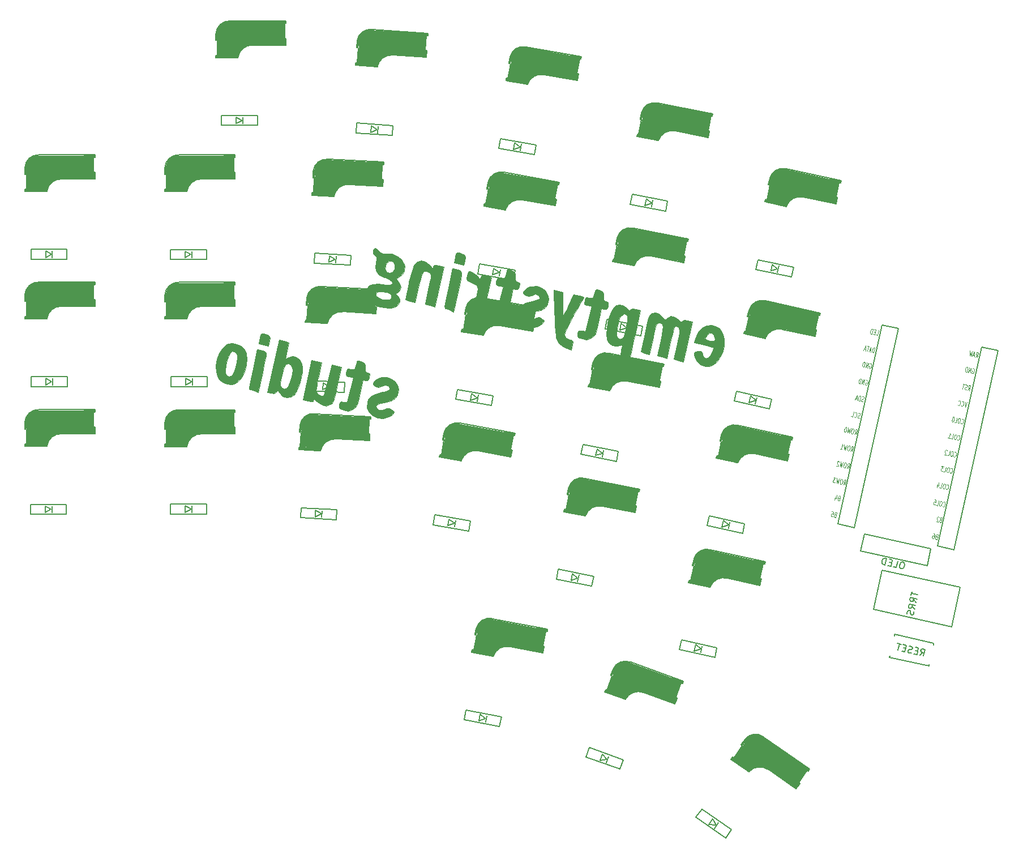
<source format=gbr>
G04 #@! TF.GenerationSoftware,KiCad,Pcbnew,(5.0.2)-1*
G04 #@! TF.CreationDate,2019-02-18T16:36:11+08:00*
G04 #@! TF.ProjectId,52Te_Rev,35325465-5f52-4657-962e-6b696361645f,rev?*
G04 #@! TF.SameCoordinates,Original*
G04 #@! TF.FileFunction,Legend,Bot*
G04 #@! TF.FilePolarity,Positive*
%FSLAX46Y46*%
G04 Gerber Fmt 4.6, Leading zero omitted, Abs format (unit mm)*
G04 Created by KiCad (PCBNEW (5.0.2)-1) date 18/02/2019 16:36:11*
%MOMM*%
%LPD*%
G01*
G04 APERTURE LIST*
%ADD10C,0.010000*%
%ADD11C,0.400000*%
%ADD12C,0.500000*%
%ADD13C,1.000000*%
%ADD14C,0.150000*%
%ADD15C,3.500000*%
%ADD16C,3.000000*%
%ADD17C,0.800000*%
%ADD18C,0.300000*%
%ADD19C,0.125000*%
G04 APERTURE END LIST*
D10*
G04 #@! TO.C,G\002A\002A\002A*
G36*
X197780738Y-117313102D02*
X197610451Y-117515385D01*
X197481436Y-117982671D01*
X197465654Y-118053437D01*
X197282401Y-118880035D01*
X198770277Y-119209889D01*
X198930622Y-118486617D01*
X199012079Y-118026922D01*
X198960880Y-117774152D01*
X198734705Y-117608830D01*
X198597251Y-117545486D01*
X198080329Y-117336308D01*
X197780738Y-117313102D01*
X197780738Y-117313102D01*
G37*
X197780738Y-117313102D02*
X197610451Y-117515385D01*
X197481436Y-117982671D01*
X197465654Y-118053437D01*
X197282401Y-118880035D01*
X198770277Y-119209889D01*
X198930622Y-118486617D01*
X199012079Y-118026922D01*
X198960880Y-117774152D01*
X198734705Y-117608830D01*
X198597251Y-117545486D01*
X198080329Y-117336308D01*
X197780738Y-117313102D01*
G36*
X199478692Y-120154342D02*
X199372191Y-120421483D01*
X199294611Y-120756562D01*
X199206621Y-121218748D01*
X199251689Y-121471842D01*
X199489506Y-121637375D01*
X199787593Y-121760281D01*
X200283966Y-121964528D01*
X200616685Y-122156890D01*
X200802431Y-122399650D01*
X200857887Y-122755091D01*
X200799735Y-123285496D01*
X200644654Y-124053149D01*
X200534881Y-124550368D01*
X200078040Y-126611044D01*
X201565915Y-126940898D01*
X202877950Y-121022691D01*
X202147129Y-120798596D01*
X201693935Y-120676161D01*
X201463105Y-120687274D01*
X201358326Y-120850860D01*
X201331086Y-120958918D01*
X201245862Y-121343336D01*
X200839913Y-120893223D01*
X200409471Y-120511719D01*
X199946699Y-120228099D01*
X199643884Y-120111203D01*
X199478692Y-120154342D01*
X199478692Y-120154342D01*
G37*
X199478692Y-120154342D02*
X199372191Y-120421483D01*
X199294611Y-120756562D01*
X199206621Y-121218748D01*
X199251689Y-121471842D01*
X199489506Y-121637375D01*
X199787593Y-121760281D01*
X200283966Y-121964528D01*
X200616685Y-122156890D01*
X200802431Y-122399650D01*
X200857887Y-122755091D01*
X200799735Y-123285496D01*
X200644654Y-124053149D01*
X200534881Y-124550368D01*
X200078040Y-126611044D01*
X201565915Y-126940898D01*
X202877950Y-121022691D01*
X202147129Y-120798596D01*
X201693935Y-120676161D01*
X201463105Y-120687274D01*
X201358326Y-120850860D01*
X201331086Y-120958918D01*
X201245862Y-121343336D01*
X200839913Y-120893223D01*
X200409471Y-120511719D01*
X199946699Y-120228099D01*
X199643884Y-120111203D01*
X199478692Y-120154342D01*
G36*
X205302209Y-119879762D02*
X205164679Y-120133077D01*
X205070742Y-120519946D01*
X204957051Y-120974315D01*
X204825350Y-121172211D01*
X204585701Y-121188102D01*
X204327196Y-121135607D01*
X203933714Y-121075223D01*
X203742662Y-121184352D01*
X203630137Y-121541923D01*
X203620301Y-121585948D01*
X203559766Y-121978113D01*
X203667247Y-122169262D01*
X204021559Y-122281846D01*
X204076057Y-122294044D01*
X204660090Y-122423521D01*
X204201028Y-124273002D01*
X203741966Y-126122483D01*
X203183394Y-126053754D01*
X202798170Y-126037711D01*
X202627387Y-126178944D01*
X202559159Y-126522421D01*
X202542034Y-126853115D01*
X202647663Y-127047191D01*
X202954963Y-127189209D01*
X203271077Y-127285216D01*
X203796632Y-127404510D01*
X204180026Y-127370920D01*
X204590329Y-127165092D01*
X204650272Y-127127345D01*
X204905149Y-126956981D01*
X205089177Y-126784314D01*
X205231096Y-126543849D01*
X205359646Y-126170087D01*
X205503565Y-125597532D01*
X205691594Y-124760688D01*
X206137136Y-122750974D01*
X206550435Y-122842600D01*
X206839516Y-122861332D01*
X206997065Y-122692159D01*
X207092010Y-122355608D01*
X207147801Y-121957347D01*
X207044336Y-121766324D01*
X206808942Y-121685796D01*
X206541415Y-121573961D01*
X206436799Y-121329593D01*
X206437407Y-120927467D01*
X206426585Y-120467929D01*
X206278835Y-120208754D01*
X206001097Y-120050238D01*
X205547755Y-119868942D01*
X205302209Y-119879762D01*
X205302209Y-119879762D01*
G37*
X205302209Y-119879762D02*
X205164679Y-120133077D01*
X205070742Y-120519946D01*
X204957051Y-120974315D01*
X204825350Y-121172211D01*
X204585701Y-121188102D01*
X204327196Y-121135607D01*
X203933714Y-121075223D01*
X203742662Y-121184352D01*
X203630137Y-121541923D01*
X203620301Y-121585948D01*
X203559766Y-121978113D01*
X203667247Y-122169262D01*
X204021559Y-122281846D01*
X204076057Y-122294044D01*
X204660090Y-122423521D01*
X204201028Y-124273002D01*
X203741966Y-126122483D01*
X203183394Y-126053754D01*
X202798170Y-126037711D01*
X202627387Y-126178944D01*
X202559159Y-126522421D01*
X202542034Y-126853115D01*
X202647663Y-127047191D01*
X202954963Y-127189209D01*
X203271077Y-127285216D01*
X203796632Y-127404510D01*
X204180026Y-127370920D01*
X204590329Y-127165092D01*
X204650272Y-127127345D01*
X204905149Y-126956981D01*
X205089177Y-126784314D01*
X205231096Y-126543849D01*
X205359646Y-126170087D01*
X205503565Y-125597532D01*
X205691594Y-124760688D01*
X206137136Y-122750974D01*
X206550435Y-122842600D01*
X206839516Y-122861332D01*
X206997065Y-122692159D01*
X207092010Y-122355608D01*
X207147801Y-121957347D01*
X207044336Y-121766324D01*
X206808942Y-121685796D01*
X206541415Y-121573961D01*
X206436799Y-121329593D01*
X206437407Y-120927467D01*
X206426585Y-120467929D01*
X206278835Y-120208754D01*
X206001097Y-120050238D01*
X205547755Y-119868942D01*
X205302209Y-119879762D01*
G36*
X208954507Y-122367716D02*
X208688566Y-122440756D01*
X208181928Y-122682556D01*
X207806291Y-122987116D01*
X207632288Y-123285769D01*
X207659044Y-123441609D01*
X208039690Y-123765904D01*
X208526680Y-123866793D01*
X208946376Y-123730481D01*
X209431101Y-123528086D01*
X209844157Y-123626469D01*
X210027759Y-123821638D01*
X210138787Y-124064231D01*
X210073624Y-124239697D01*
X209784497Y-124382247D01*
X209223632Y-124526096D01*
X208968622Y-124580126D01*
X207996177Y-124859961D01*
X207319332Y-125248025D01*
X206905847Y-125767609D01*
X206766546Y-126170757D01*
X206748698Y-126934184D01*
X207050350Y-127589989D01*
X207502156Y-128015086D01*
X208326337Y-128420640D01*
X209172518Y-128510682D01*
X209686164Y-128402857D01*
X210189346Y-128160814D01*
X210598489Y-127843871D01*
X210798699Y-127541847D01*
X210683148Y-127410032D01*
X210379287Y-127194817D01*
X210352335Y-127178011D01*
X209975394Y-126999899D01*
X209669403Y-127044081D01*
X209492673Y-127143906D01*
X208994431Y-127312118D01*
X208511719Y-127239415D01*
X208170030Y-126946929D01*
X208154536Y-126918576D01*
X208102992Y-126657811D01*
X208280361Y-126456615D01*
X208724634Y-126291167D01*
X209371637Y-126155325D01*
X210255238Y-125925417D01*
X210863391Y-125580395D01*
X211249052Y-125087893D01*
X211301048Y-124976140D01*
X211450710Y-124255895D01*
X211314165Y-123582010D01*
X210943842Y-123005367D01*
X210392172Y-122576849D01*
X209711584Y-122347337D01*
X208954507Y-122367716D01*
X208954507Y-122367716D01*
G37*
X208954507Y-122367716D02*
X208688566Y-122440756D01*
X208181928Y-122682556D01*
X207806291Y-122987116D01*
X207632288Y-123285769D01*
X207659044Y-123441609D01*
X208039690Y-123765904D01*
X208526680Y-123866793D01*
X208946376Y-123730481D01*
X209431101Y-123528086D01*
X209844157Y-123626469D01*
X210027759Y-123821638D01*
X210138787Y-124064231D01*
X210073624Y-124239697D01*
X209784497Y-124382247D01*
X209223632Y-124526096D01*
X208968622Y-124580126D01*
X207996177Y-124859961D01*
X207319332Y-125248025D01*
X206905847Y-125767609D01*
X206766546Y-126170757D01*
X206748698Y-126934184D01*
X207050350Y-127589989D01*
X207502156Y-128015086D01*
X208326337Y-128420640D01*
X209172518Y-128510682D01*
X209686164Y-128402857D01*
X210189346Y-128160814D01*
X210598489Y-127843871D01*
X210798699Y-127541847D01*
X210683148Y-127410032D01*
X210379287Y-127194817D01*
X210352335Y-127178011D01*
X209975394Y-126999899D01*
X209669403Y-127044081D01*
X209492673Y-127143906D01*
X208994431Y-127312118D01*
X208511719Y-127239415D01*
X208170030Y-126946929D01*
X208154536Y-126918576D01*
X208102992Y-126657811D01*
X208280361Y-126456615D01*
X208724634Y-126291167D01*
X209371637Y-126155325D01*
X210255238Y-125925417D01*
X210863391Y-125580395D01*
X211249052Y-125087893D01*
X211301048Y-124976140D01*
X211450710Y-124255895D01*
X211314165Y-123582010D01*
X210943842Y-123005367D01*
X210392172Y-122576849D01*
X209711584Y-122347337D01*
X208954507Y-122367716D01*
G36*
X218527765Y-122811797D02*
X218390236Y-123065112D01*
X218296297Y-123451981D01*
X218182607Y-123906350D01*
X218050906Y-124104247D01*
X217811258Y-124120137D01*
X217552753Y-124067642D01*
X217159271Y-124007259D01*
X216968218Y-124116387D01*
X216855694Y-124473958D01*
X216845858Y-124517984D01*
X216785323Y-124910148D01*
X216892804Y-125101297D01*
X217247116Y-125213881D01*
X217301614Y-125226079D01*
X217885646Y-125355556D01*
X216967523Y-129054518D01*
X216408951Y-128985790D01*
X216023726Y-128969746D01*
X215852944Y-129110979D01*
X215784716Y-129454457D01*
X215767591Y-129785150D01*
X215873220Y-129979227D01*
X216180520Y-130121244D01*
X216496634Y-130217251D01*
X217022188Y-130336546D01*
X217405583Y-130302955D01*
X217815886Y-130097127D01*
X217875829Y-130059380D01*
X218130706Y-129889017D01*
X218314734Y-129716350D01*
X218456653Y-129475885D01*
X218585203Y-129102122D01*
X218729122Y-128529567D01*
X218917149Y-127692723D01*
X219362692Y-125683009D01*
X219775992Y-125774635D01*
X220065073Y-125793367D01*
X220222622Y-125624195D01*
X220317567Y-125287643D01*
X220373358Y-124889382D01*
X220269892Y-124698359D01*
X220034498Y-124617832D01*
X219766972Y-124505996D01*
X219662356Y-124261629D01*
X219662963Y-123859502D01*
X219652142Y-123399964D01*
X219504391Y-123140790D01*
X219226654Y-122982274D01*
X218773312Y-122800977D01*
X218527765Y-122811797D01*
X218527765Y-122811797D01*
G37*
X218527765Y-122811797D02*
X218390236Y-123065112D01*
X218296297Y-123451981D01*
X218182607Y-123906350D01*
X218050906Y-124104247D01*
X217811258Y-124120137D01*
X217552753Y-124067642D01*
X217159271Y-124007259D01*
X216968218Y-124116387D01*
X216855694Y-124473958D01*
X216845858Y-124517984D01*
X216785323Y-124910148D01*
X216892804Y-125101297D01*
X217247116Y-125213881D01*
X217301614Y-125226079D01*
X217885646Y-125355556D01*
X216967523Y-129054518D01*
X216408951Y-128985790D01*
X216023726Y-128969746D01*
X215852944Y-129110979D01*
X215784716Y-129454457D01*
X215767591Y-129785150D01*
X215873220Y-129979227D01*
X216180520Y-130121244D01*
X216496634Y-130217251D01*
X217022188Y-130336546D01*
X217405583Y-130302955D01*
X217815886Y-130097127D01*
X217875829Y-130059380D01*
X218130706Y-129889017D01*
X218314734Y-129716350D01*
X218456653Y-129475885D01*
X218585203Y-129102122D01*
X218729122Y-128529567D01*
X218917149Y-127692723D01*
X219362692Y-125683009D01*
X219775992Y-125774635D01*
X220065073Y-125793367D01*
X220222622Y-125624195D01*
X220317567Y-125287643D01*
X220373358Y-124889382D01*
X220269892Y-124698359D01*
X220034498Y-124617832D01*
X219766972Y-124505996D01*
X219662356Y-124261629D01*
X219662963Y-123859502D01*
X219652142Y-123399964D01*
X219504391Y-123140790D01*
X219226654Y-122982274D01*
X218773312Y-122800977D01*
X218527765Y-122811797D01*
G36*
X235839517Y-128178848D02*
X235036369Y-128223401D01*
X234371374Y-128566708D01*
X233836439Y-129215488D01*
X233423466Y-130176462D01*
X233420128Y-130187024D01*
X233241346Y-130754446D01*
X234697291Y-131127641D01*
X236153234Y-131500837D01*
X235890816Y-132164136D01*
X235673108Y-132624283D01*
X235454389Y-132952669D01*
X235402455Y-133002754D01*
X235013883Y-133138145D01*
X234670793Y-132984673D01*
X234465233Y-132588927D01*
X234453460Y-132522452D01*
X234375501Y-132180783D01*
X234200418Y-132052723D01*
X233811218Y-132056212D01*
X233791035Y-132057808D01*
X233369330Y-132121544D01*
X233190677Y-132281163D01*
X233204782Y-132623314D01*
X233280772Y-132936922D01*
X233609010Y-133564140D01*
X234169332Y-134043464D01*
X234866623Y-134314383D01*
X235482287Y-134337486D01*
X236088262Y-134099512D01*
X236660825Y-133593895D01*
X237149437Y-132891226D01*
X237503557Y-132062094D01*
X237663024Y-131291649D01*
X237666148Y-130561029D01*
X236356536Y-130270696D01*
X236267498Y-130509199D01*
X235921343Y-130550059D01*
X235555426Y-130486964D01*
X235118537Y-130357897D01*
X234869631Y-130221218D01*
X234845753Y-130167480D01*
X234957429Y-129921039D01*
X235135257Y-129624604D01*
X235469760Y-129338956D01*
X235835744Y-129357911D01*
X236149666Y-129667536D01*
X236217107Y-129805024D01*
X236356536Y-130270696D01*
X237666148Y-130561029D01*
X237667745Y-130187018D01*
X237441842Y-129310158D01*
X236991892Y-128672301D01*
X236324475Y-128284680D01*
X235839517Y-128178848D01*
X235839517Y-128178848D01*
G37*
X235839517Y-128178848D02*
X235036369Y-128223401D01*
X234371374Y-128566708D01*
X233836439Y-129215488D01*
X233423466Y-130176462D01*
X233420128Y-130187024D01*
X233241346Y-130754446D01*
X234697291Y-131127641D01*
X236153234Y-131500837D01*
X235890816Y-132164136D01*
X235673108Y-132624283D01*
X235454389Y-132952669D01*
X235402455Y-133002754D01*
X235013883Y-133138145D01*
X234670793Y-132984673D01*
X234465233Y-132588927D01*
X234453460Y-132522452D01*
X234375501Y-132180783D01*
X234200418Y-132052723D01*
X233811218Y-132056212D01*
X233791035Y-132057808D01*
X233369330Y-132121544D01*
X233190677Y-132281163D01*
X233204782Y-132623314D01*
X233280772Y-132936922D01*
X233609010Y-133564140D01*
X234169332Y-134043464D01*
X234866623Y-134314383D01*
X235482287Y-134337486D01*
X236088262Y-134099512D01*
X236660825Y-133593895D01*
X237149437Y-132891226D01*
X237503557Y-132062094D01*
X237663024Y-131291649D01*
X237666148Y-130561029D01*
X236356536Y-130270696D01*
X236267498Y-130509199D01*
X235921343Y-130550059D01*
X235555426Y-130486964D01*
X235118537Y-130357897D01*
X234869631Y-130221218D01*
X234845753Y-130167480D01*
X234957429Y-129921039D01*
X235135257Y-129624604D01*
X235469760Y-129338956D01*
X235835744Y-129357911D01*
X236149666Y-129667536D01*
X236217107Y-129805024D01*
X236356536Y-130270696D01*
X237666148Y-130561029D01*
X237667745Y-130187018D01*
X237441842Y-129310158D01*
X236991892Y-128672301D01*
X236324475Y-128284680D01*
X235839517Y-128178848D01*
G36*
X191856630Y-118637598D02*
X191393923Y-119070790D01*
X191344380Y-119146830D01*
X191199084Y-119486667D01*
X191008542Y-120082185D01*
X190794798Y-120857148D01*
X190579901Y-121735323D01*
X190523205Y-121986258D01*
X190000933Y-124342074D01*
X190727537Y-124564876D01*
X191454142Y-124787677D01*
X192009123Y-122500217D01*
X192241326Y-121566955D01*
X192421302Y-120913572D01*
X192567687Y-120488780D01*
X192699115Y-120241289D01*
X192834224Y-120119809D01*
X192881545Y-120099076D01*
X193234628Y-120091252D01*
X193572731Y-120306358D01*
X193721891Y-120445649D01*
X193811571Y-120597927D01*
X193839102Y-120823411D01*
X193801815Y-121182319D01*
X193697043Y-121734871D01*
X193522116Y-122541285D01*
X193461580Y-122814552D01*
X192976683Y-125001782D01*
X193707504Y-125225876D01*
X194438324Y-125449972D01*
X195776593Y-119413429D01*
X195032656Y-119248502D01*
X194562209Y-119167304D01*
X194322099Y-119208963D01*
X194220621Y-119391538D01*
X194216522Y-119409231D01*
X194154980Y-119592284D01*
X194041513Y-119589106D01*
X193805020Y-119373365D01*
X193633160Y-119193180D01*
X193015439Y-118699588D01*
X192410199Y-118514129D01*
X191856630Y-118637598D01*
X191856630Y-118637598D01*
G37*
X191856630Y-118637598D02*
X191393923Y-119070790D01*
X191344380Y-119146830D01*
X191199084Y-119486667D01*
X191008542Y-120082185D01*
X190794798Y-120857148D01*
X190579901Y-121735323D01*
X190523205Y-121986258D01*
X190000933Y-124342074D01*
X190727537Y-124564876D01*
X191454142Y-124787677D01*
X192009123Y-122500217D01*
X192241326Y-121566955D01*
X192421302Y-120913572D01*
X192567687Y-120488780D01*
X192699115Y-120241289D01*
X192834224Y-120119809D01*
X192881545Y-120099076D01*
X193234628Y-120091252D01*
X193572731Y-120306358D01*
X193721891Y-120445649D01*
X193811571Y-120597927D01*
X193839102Y-120823411D01*
X193801815Y-121182319D01*
X193697043Y-121734871D01*
X193522116Y-122541285D01*
X193461580Y-122814552D01*
X192976683Y-125001782D01*
X193707504Y-125225876D01*
X194438324Y-125449972D01*
X195776593Y-119413429D01*
X195032656Y-119248502D01*
X194562209Y-119167304D01*
X194322099Y-119208963D01*
X194220621Y-119391538D01*
X194216522Y-119409231D01*
X194154980Y-119592284D01*
X194041513Y-119589106D01*
X193805020Y-119373365D01*
X193633160Y-119193180D01*
X193015439Y-118699588D01*
X192410199Y-118514129D01*
X191856630Y-118637598D01*
G36*
X196439441Y-122682383D02*
X196206045Y-123739621D01*
X196041601Y-124512499D01*
X195941751Y-125047291D01*
X195902136Y-125390270D01*
X195918398Y-125587715D01*
X195986179Y-125685899D01*
X196101120Y-125731098D01*
X196151202Y-125742854D01*
X196619576Y-125895926D01*
X196872539Y-126009722D01*
X197222409Y-126191869D01*
X197882470Y-123214524D01*
X198124755Y-122116553D01*
X198292058Y-121303199D01*
X198380258Y-120727910D01*
X198385238Y-120344136D01*
X198302879Y-120105322D01*
X198129063Y-119964917D01*
X197859673Y-119876370D01*
X197581587Y-119813586D01*
X197099149Y-119706632D01*
X196439441Y-122682383D01*
X196439441Y-122682383D01*
G37*
X196439441Y-122682383D02*
X196206045Y-123739621D01*
X196041601Y-124512499D01*
X195941751Y-125047291D01*
X195902136Y-125390270D01*
X195918398Y-125587715D01*
X195986179Y-125685899D01*
X196101120Y-125731098D01*
X196151202Y-125742854D01*
X196619576Y-125895926D01*
X196872539Y-126009722D01*
X197222409Y-126191869D01*
X197882470Y-123214524D01*
X198124755Y-122116553D01*
X198292058Y-121303199D01*
X198380258Y-120727910D01*
X198385238Y-120344136D01*
X198302879Y-120105322D01*
X198129063Y-119964917D01*
X197859673Y-119876370D01*
X197581587Y-119813586D01*
X197099149Y-119706632D01*
X196439441Y-122682383D01*
G36*
X226932417Y-126353386D02*
X226738560Y-126489569D01*
X226591867Y-126673846D01*
X226449081Y-126977818D01*
X226294803Y-127450813D01*
X226113635Y-128142156D01*
X225890178Y-129101177D01*
X225807023Y-129473560D01*
X225214296Y-132147182D01*
X225861593Y-132356847D01*
X226508890Y-132566512D01*
X226992479Y-130385182D01*
X227222808Y-129375006D01*
X227407502Y-128653724D01*
X227564734Y-128177628D01*
X227712678Y-127903013D01*
X227869505Y-127786167D01*
X228053389Y-127783384D01*
X228072597Y-127787393D01*
X228323078Y-127882153D01*
X228475609Y-128065935D01*
X228532068Y-128387567D01*
X228494332Y-128895881D01*
X228364280Y-129639704D01*
X228177530Y-130516272D01*
X227693769Y-132698374D01*
X228424590Y-132922469D01*
X229155410Y-133146564D01*
X229696268Y-130706911D01*
X229909248Y-129760326D01*
X230069743Y-129097553D01*
X230194594Y-128670908D01*
X230300645Y-128432709D01*
X230404740Y-128335272D01*
X230523720Y-128330914D01*
X230534702Y-128333228D01*
X230791984Y-128427743D01*
X230950130Y-128607670D01*
X231011346Y-128922153D01*
X230977837Y-129420337D01*
X230851807Y-130151367D01*
X230657322Y-131066028D01*
X230173561Y-133248131D01*
X230904382Y-133472225D01*
X231635202Y-133696321D01*
X232973471Y-127659778D01*
X232229534Y-127494851D01*
X231740194Y-127417481D01*
X231493694Y-127472679D01*
X231427631Y-127591386D01*
X231355013Y-127725558D01*
X231191307Y-127658621D01*
X230889155Y-127385287D01*
X230303613Y-126962839D01*
X229753307Y-126843455D01*
X229279106Y-127028129D01*
X229013814Y-127339715D01*
X228848700Y-127361317D01*
X228555579Y-127078440D01*
X228462072Y-126960327D01*
X227957749Y-126476636D01*
X227427804Y-126268843D01*
X226932417Y-126353386D01*
X226932417Y-126353386D01*
G37*
X226932417Y-126353386D02*
X226738560Y-126489569D01*
X226591867Y-126673846D01*
X226449081Y-126977818D01*
X226294803Y-127450813D01*
X226113635Y-128142156D01*
X225890178Y-129101177D01*
X225807023Y-129473560D01*
X225214296Y-132147182D01*
X225861593Y-132356847D01*
X226508890Y-132566512D01*
X226992479Y-130385182D01*
X227222808Y-129375006D01*
X227407502Y-128653724D01*
X227564734Y-128177628D01*
X227712678Y-127903013D01*
X227869505Y-127786167D01*
X228053389Y-127783384D01*
X228072597Y-127787393D01*
X228323078Y-127882153D01*
X228475609Y-128065935D01*
X228532068Y-128387567D01*
X228494332Y-128895881D01*
X228364280Y-129639704D01*
X228177530Y-130516272D01*
X227693769Y-132698374D01*
X228424590Y-132922469D01*
X229155410Y-133146564D01*
X229696268Y-130706911D01*
X229909248Y-129760326D01*
X230069743Y-129097553D01*
X230194594Y-128670908D01*
X230300645Y-128432709D01*
X230404740Y-128335272D01*
X230523720Y-128330914D01*
X230534702Y-128333228D01*
X230791984Y-128427743D01*
X230950130Y-128607670D01*
X231011346Y-128922153D01*
X230977837Y-129420337D01*
X230851807Y-130151367D01*
X230657322Y-131066028D01*
X230173561Y-133248131D01*
X230904382Y-133472225D01*
X231635202Y-133696321D01*
X232973471Y-127659778D01*
X232229534Y-127494851D01*
X231740194Y-127417481D01*
X231493694Y-127472679D01*
X231427631Y-127591386D01*
X231355013Y-127725558D01*
X231191307Y-127658621D01*
X230889155Y-127385287D01*
X230303613Y-126962839D01*
X229753307Y-126843455D01*
X229279106Y-127028129D01*
X229013814Y-127339715D01*
X228848700Y-127361317D01*
X228555579Y-127078440D01*
X228462072Y-126960327D01*
X227957749Y-126476636D01*
X227427804Y-126268843D01*
X226932417Y-126353386D01*
G36*
X221607028Y-125221051D02*
X221194374Y-125554549D01*
X220825131Y-126147512D01*
X220515725Y-126921818D01*
X220282579Y-127799342D01*
X220142121Y-128701959D01*
X220110776Y-129551547D01*
X220204970Y-130269981D01*
X220438979Y-130776523D01*
X220975774Y-131197665D01*
X221610618Y-131325609D01*
X222085796Y-131220044D01*
X222318851Y-131135376D01*
X222425322Y-131174423D01*
X222421760Y-131401497D01*
X222324714Y-131880910D01*
X222292875Y-132024773D01*
X222179802Y-132573773D01*
X222164831Y-132888723D01*
X222270093Y-133065613D01*
X222517719Y-133200429D01*
X222569191Y-133223256D01*
X222862946Y-133355853D01*
X223091638Y-133436922D01*
X223273353Y-133431296D01*
X223426175Y-133303807D01*
X223568185Y-133019284D01*
X223717469Y-132542560D01*
X223892111Y-131838464D01*
X224110192Y-130871828D01*
X224360497Y-129739554D01*
X224388968Y-129611132D01*
X222869628Y-129274303D01*
X222686585Y-129860784D01*
X222524866Y-130130575D01*
X222127506Y-130271799D01*
X221780250Y-130124377D01*
X221587538Y-129733938D01*
X221585403Y-129720096D01*
X221586993Y-129317757D01*
X221657650Y-128723323D01*
X221768294Y-128132133D01*
X221948361Y-127443348D01*
X222143016Y-126999974D01*
X222394088Y-126709847D01*
X222425207Y-126684695D01*
X222753665Y-126485874D01*
X222993803Y-126532915D01*
X223091146Y-126614679D01*
X223206807Y-126790923D01*
X223246364Y-127071545D01*
X223208563Y-127526743D01*
X223092152Y-128226711D01*
X223059209Y-128402874D01*
X222869628Y-129274303D01*
X224388968Y-129611132D01*
X225203457Y-125937208D01*
X224459520Y-125772281D01*
X223969395Y-125695025D01*
X223722732Y-125750765D01*
X223657946Y-125867331D01*
X223583771Y-126001279D01*
X223425939Y-125901049D01*
X223240678Y-125688103D01*
X222706202Y-125261716D01*
X222081720Y-125121802D01*
X221607028Y-125221051D01*
X221607028Y-125221051D01*
G37*
X221607028Y-125221051D02*
X221194374Y-125554549D01*
X220825131Y-126147512D01*
X220515725Y-126921818D01*
X220282579Y-127799342D01*
X220142121Y-128701959D01*
X220110776Y-129551547D01*
X220204970Y-130269981D01*
X220438979Y-130776523D01*
X220975774Y-131197665D01*
X221610618Y-131325609D01*
X222085796Y-131220044D01*
X222318851Y-131135376D01*
X222425322Y-131174423D01*
X222421760Y-131401497D01*
X222324714Y-131880910D01*
X222292875Y-132024773D01*
X222179802Y-132573773D01*
X222164831Y-132888723D01*
X222270093Y-133065613D01*
X222517719Y-133200429D01*
X222569191Y-133223256D01*
X222862946Y-133355853D01*
X223091638Y-133436922D01*
X223273353Y-133431296D01*
X223426175Y-133303807D01*
X223568185Y-133019284D01*
X223717469Y-132542560D01*
X223892111Y-131838464D01*
X224110192Y-130871828D01*
X224360497Y-129739554D01*
X224388968Y-129611132D01*
X222869628Y-129274303D01*
X222686585Y-129860784D01*
X222524866Y-130130575D01*
X222127506Y-130271799D01*
X221780250Y-130124377D01*
X221587538Y-129733938D01*
X221585403Y-129720096D01*
X221586993Y-129317757D01*
X221657650Y-128723323D01*
X221768294Y-128132133D01*
X221948361Y-127443348D01*
X222143016Y-126999974D01*
X222394088Y-126709847D01*
X222425207Y-126684695D01*
X222753665Y-126485874D01*
X222993803Y-126532915D01*
X223091146Y-126614679D01*
X223206807Y-126790923D01*
X223246364Y-127071545D01*
X223208563Y-127526743D01*
X223092152Y-128226711D01*
X223059209Y-128402874D01*
X222869628Y-129274303D01*
X224388968Y-129611132D01*
X225203457Y-125937208D01*
X224459520Y-125772281D01*
X223969395Y-125695025D01*
X223722732Y-125750765D01*
X223657946Y-125867331D01*
X223583771Y-126001279D01*
X223425939Y-125901049D01*
X223240678Y-125688103D01*
X222706202Y-125261716D01*
X222081720Y-125121802D01*
X221607028Y-125221051D01*
G36*
X185272520Y-116809803D02*
X185200122Y-117049878D01*
X185189385Y-117447836D01*
X185419273Y-117689403D01*
X185465762Y-117713920D01*
X185672604Y-117852955D01*
X185747074Y-118057303D01*
X185702536Y-118424496D01*
X185614818Y-118801882D01*
X185517247Y-119606411D01*
X185686142Y-120225972D01*
X186141646Y-120693947D01*
X186903899Y-121043717D01*
X186982614Y-121068797D01*
X187615983Y-121323674D01*
X187995528Y-121603440D01*
X188089217Y-121878665D01*
X188011033Y-122013647D01*
X187887295Y-122084584D01*
X187651308Y-122117183D01*
X187242976Y-122111338D01*
X186602203Y-122066945D01*
X185952500Y-122010081D01*
X185184145Y-122027844D01*
X184653126Y-122263964D01*
X184317147Y-122745751D01*
X184195957Y-123144088D01*
X184159188Y-123877052D01*
X184419852Y-124468122D01*
X184992982Y-124947735D01*
X185123010Y-125020609D01*
X185882354Y-125323958D01*
X186789536Y-125542999D01*
X187660765Y-125637701D01*
X187935968Y-125633290D01*
X188521766Y-125476167D01*
X188947558Y-125138036D01*
X189177420Y-124695074D01*
X189176018Y-124362590D01*
X187958717Y-124092721D01*
X187720171Y-124286139D01*
X187677699Y-124305725D01*
X187199356Y-124382107D01*
X186597842Y-124308324D01*
X186031586Y-124118312D01*
X185685717Y-123879036D01*
X185521809Y-123544327D01*
X185659269Y-123298392D01*
X186066332Y-123169061D01*
X186502720Y-123163360D01*
X187201694Y-123248281D01*
X187636362Y-123405601D01*
X187878658Y-123667248D01*
X187934681Y-123799001D01*
X187958717Y-124092721D01*
X189176018Y-124362590D01*
X189175431Y-124223462D01*
X188905668Y-123799374D01*
X188830126Y-123737132D01*
X188583083Y-123529162D01*
X188612959Y-123410412D01*
X188844485Y-123302767D01*
X189213208Y-122991506D01*
X189345774Y-122521781D01*
X189229135Y-121989915D01*
X189059784Y-121713148D01*
X188683701Y-121229517D01*
X189141257Y-120980878D01*
X189602787Y-120561599D01*
X189834449Y-120083659D01*
X188387040Y-119762776D01*
X188145252Y-120158100D01*
X187780517Y-120346429D01*
X187364173Y-120278554D01*
X187132542Y-120107789D01*
X187024452Y-119804689D01*
X187052274Y-119337076D01*
X187059663Y-119302101D01*
X187277561Y-118823327D01*
X187611406Y-118571728D01*
X187974104Y-118553162D01*
X188278557Y-118773485D01*
X188434542Y-119209665D01*
X188387040Y-119762776D01*
X189834449Y-120083659D01*
X189889668Y-119969738D01*
X189950952Y-119337201D01*
X189884664Y-119056243D01*
X189443681Y-118340458D01*
X188775622Y-117810857D01*
X187961403Y-117512773D01*
X187089901Y-117490365D01*
X186693875Y-117483085D01*
X186338847Y-117282862D01*
X186145689Y-117107593D01*
X185717515Y-116738145D01*
X185441952Y-116639827D01*
X185272520Y-116809803D01*
X185272520Y-116809803D01*
G37*
X185272520Y-116809803D02*
X185200122Y-117049878D01*
X185189385Y-117447836D01*
X185419273Y-117689403D01*
X185465762Y-117713920D01*
X185672604Y-117852955D01*
X185747074Y-118057303D01*
X185702536Y-118424496D01*
X185614818Y-118801882D01*
X185517247Y-119606411D01*
X185686142Y-120225972D01*
X186141646Y-120693947D01*
X186903899Y-121043717D01*
X186982614Y-121068797D01*
X187615983Y-121323674D01*
X187995528Y-121603440D01*
X188089217Y-121878665D01*
X188011033Y-122013647D01*
X187887295Y-122084584D01*
X187651308Y-122117183D01*
X187242976Y-122111338D01*
X186602203Y-122066945D01*
X185952500Y-122010081D01*
X185184145Y-122027844D01*
X184653126Y-122263964D01*
X184317147Y-122745751D01*
X184195957Y-123144088D01*
X184159188Y-123877052D01*
X184419852Y-124468122D01*
X184992982Y-124947735D01*
X185123010Y-125020609D01*
X185882354Y-125323958D01*
X186789536Y-125542999D01*
X187660765Y-125637701D01*
X187935968Y-125633290D01*
X188521766Y-125476167D01*
X188947558Y-125138036D01*
X189177420Y-124695074D01*
X189176018Y-124362590D01*
X187958717Y-124092721D01*
X187720171Y-124286139D01*
X187677699Y-124305725D01*
X187199356Y-124382107D01*
X186597842Y-124308324D01*
X186031586Y-124118312D01*
X185685717Y-123879036D01*
X185521809Y-123544327D01*
X185659269Y-123298392D01*
X186066332Y-123169061D01*
X186502720Y-123163360D01*
X187201694Y-123248281D01*
X187636362Y-123405601D01*
X187878658Y-123667248D01*
X187934681Y-123799001D01*
X187958717Y-124092721D01*
X189176018Y-124362590D01*
X189175431Y-124223462D01*
X188905668Y-123799374D01*
X188830126Y-123737132D01*
X188583083Y-123529162D01*
X188612959Y-123410412D01*
X188844485Y-123302767D01*
X189213208Y-122991506D01*
X189345774Y-122521781D01*
X189229135Y-121989915D01*
X189059784Y-121713148D01*
X188683701Y-121229517D01*
X189141257Y-120980878D01*
X189602787Y-120561599D01*
X189834449Y-120083659D01*
X188387040Y-119762776D01*
X188145252Y-120158100D01*
X187780517Y-120346429D01*
X187364173Y-120278554D01*
X187132542Y-120107789D01*
X187024452Y-119804689D01*
X187052274Y-119337076D01*
X187059663Y-119302101D01*
X187277561Y-118823327D01*
X187611406Y-118571728D01*
X187974104Y-118553162D01*
X188278557Y-118773485D01*
X188434542Y-119209665D01*
X188387040Y-119762776D01*
X189834449Y-120083659D01*
X189889668Y-119969738D01*
X189950952Y-119337201D01*
X189884664Y-119056243D01*
X189443681Y-118340458D01*
X188775622Y-117810857D01*
X187961403Y-117512773D01*
X187089901Y-117490365D01*
X186693875Y-117483085D01*
X186338847Y-117282862D01*
X186145689Y-117107593D01*
X185717515Y-116738145D01*
X185441952Y-116639827D01*
X185272520Y-116809803D01*
G36*
X212334109Y-126153785D02*
X212376066Y-127215903D01*
X212425270Y-128197990D01*
X212477687Y-129035692D01*
X212529281Y-129664656D01*
X212576018Y-130020529D01*
X212576752Y-130023870D01*
X212891449Y-130744633D01*
X213481954Y-131286157D01*
X214151720Y-131596418D01*
X214874741Y-131844399D01*
X215026109Y-131161621D01*
X215105271Y-130725453D01*
X215048572Y-130507588D01*
X214801895Y-130397679D01*
X214631923Y-130357897D01*
X214215525Y-130224239D01*
X213953165Y-130018686D01*
X213850544Y-129707469D01*
X213913363Y-129256814D01*
X214147318Y-128632953D01*
X214558114Y-127802113D01*
X215151446Y-126730526D01*
X215282826Y-126501195D01*
X215737106Y-125712338D01*
X216136499Y-125020860D01*
X216448276Y-124483269D01*
X216639708Y-124156076D01*
X216678991Y-124090740D01*
X216644943Y-123942857D01*
X216322715Y-123804339D01*
X216002184Y-123723889D01*
X215205930Y-123547364D01*
X214439285Y-125200636D01*
X214122796Y-125858731D01*
X213855052Y-126369978D01*
X213667605Y-126676967D01*
X213595637Y-126735558D01*
X213564290Y-126525570D01*
X213542167Y-126055974D01*
X213532023Y-125405764D01*
X213533001Y-124941799D01*
X213547368Y-123266392D01*
X212884503Y-123067077D01*
X212221639Y-122867764D01*
X212334109Y-126153785D01*
X212334109Y-126153785D01*
G37*
X212334109Y-126153785D02*
X212376066Y-127215903D01*
X212425270Y-128197990D01*
X212477687Y-129035692D01*
X212529281Y-129664656D01*
X212576018Y-130020529D01*
X212576752Y-130023870D01*
X212891449Y-130744633D01*
X213481954Y-131286157D01*
X214151720Y-131596418D01*
X214874741Y-131844399D01*
X215026109Y-131161621D01*
X215105271Y-130725453D01*
X215048572Y-130507588D01*
X214801895Y-130397679D01*
X214631923Y-130357897D01*
X214215525Y-130224239D01*
X213953165Y-130018686D01*
X213850544Y-129707469D01*
X213913363Y-129256814D01*
X214147318Y-128632953D01*
X214558114Y-127802113D01*
X215151446Y-126730526D01*
X215282826Y-126501195D01*
X215737106Y-125712338D01*
X216136499Y-125020860D01*
X216448276Y-124483269D01*
X216639708Y-124156076D01*
X216678991Y-124090740D01*
X216644943Y-123942857D01*
X216322715Y-123804339D01*
X216002184Y-123723889D01*
X215205930Y-123547364D01*
X214439285Y-125200636D01*
X214122796Y-125858731D01*
X213855052Y-126369978D01*
X213667605Y-126676967D01*
X213595637Y-126735558D01*
X213564290Y-126525570D01*
X213542167Y-126055974D01*
X213532023Y-125405764D01*
X213533001Y-124941799D01*
X213547368Y-123266392D01*
X212884503Y-123067077D01*
X212221639Y-122867764D01*
X212334109Y-126153785D01*
G36*
X168565264Y-129394767D02*
X168394977Y-129597050D01*
X168265961Y-130064335D01*
X168250179Y-130135102D01*
X168066927Y-130961700D01*
X169554802Y-131291554D01*
X169715148Y-130568280D01*
X169796605Y-130108587D01*
X169745406Y-129855816D01*
X169519231Y-129690495D01*
X169381777Y-129627151D01*
X168864855Y-129417971D01*
X168565264Y-129394767D01*
X168565264Y-129394767D01*
G37*
X168565264Y-129394767D02*
X168394977Y-129597050D01*
X168265961Y-130064335D01*
X168250179Y-130135102D01*
X168066927Y-130961700D01*
X169554802Y-131291554D01*
X169715148Y-130568280D01*
X169796605Y-130108587D01*
X169745406Y-129855816D01*
X169519231Y-129690495D01*
X169381777Y-129627151D01*
X168864855Y-129417971D01*
X168565264Y-129394767D01*
G36*
X164123566Y-130891347D02*
X163505617Y-130978699D01*
X163359083Y-131045385D01*
X162703285Y-131590258D01*
X162193341Y-132361777D01*
X161848377Y-133275487D01*
X161687523Y-134246934D01*
X161729906Y-135191661D01*
X161994655Y-136025217D01*
X162167032Y-136308494D01*
X162653992Y-136724938D01*
X163322127Y-136974169D01*
X164040562Y-137020581D01*
X164455819Y-136931185D01*
X165087789Y-136538741D01*
X165612867Y-135896399D01*
X166009576Y-135081978D01*
X166256442Y-134173300D01*
X166266356Y-134051908D01*
X164813575Y-133729834D01*
X164658061Y-134406075D01*
X164455424Y-135037443D01*
X164234054Y-135514340D01*
X164089474Y-135692810D01*
X163669049Y-135859576D01*
X163312238Y-135730672D01*
X163112841Y-135342255D01*
X163108385Y-135314632D01*
X163112566Y-134812301D01*
X163212683Y-134128524D01*
X163379031Y-133396355D01*
X163581908Y-132748850D01*
X163770220Y-132349910D01*
X164092844Y-132081620D01*
X164448029Y-132105003D01*
X164750285Y-132394306D01*
X164869666Y-132681108D01*
X164893573Y-133118313D01*
X164813575Y-133729834D01*
X166266356Y-134051908D01*
X166331990Y-133248182D01*
X166214744Y-132384447D01*
X165902750Y-131687995D01*
X165450712Y-131278479D01*
X164814791Y-131002102D01*
X164123566Y-130891347D01*
X164123566Y-130891347D01*
G37*
X164123566Y-130891347D02*
X163505617Y-130978699D01*
X163359083Y-131045385D01*
X162703285Y-131590258D01*
X162193341Y-132361777D01*
X161848377Y-133275487D01*
X161687523Y-134246934D01*
X161729906Y-135191661D01*
X161994655Y-136025217D01*
X162167032Y-136308494D01*
X162653992Y-136724938D01*
X163322127Y-136974169D01*
X164040562Y-137020581D01*
X164455819Y-136931185D01*
X165087789Y-136538741D01*
X165612867Y-135896399D01*
X166009576Y-135081978D01*
X166256442Y-134173300D01*
X166266356Y-134051908D01*
X164813575Y-133729834D01*
X164658061Y-134406075D01*
X164455424Y-135037443D01*
X164234054Y-135514340D01*
X164089474Y-135692810D01*
X163669049Y-135859576D01*
X163312238Y-135730672D01*
X163112841Y-135342255D01*
X163108385Y-135314632D01*
X163112566Y-134812301D01*
X163212683Y-134128524D01*
X163379031Y-133396355D01*
X163581908Y-132748850D01*
X163770220Y-132349910D01*
X164092844Y-132081620D01*
X164448029Y-132105003D01*
X164750285Y-132394306D01*
X164869666Y-132681108D01*
X164893573Y-133118313D01*
X164813575Y-133729834D01*
X166266356Y-134051908D01*
X166331990Y-133248182D01*
X166214744Y-132384447D01*
X165902750Y-131687995D01*
X165450712Y-131278479D01*
X164814791Y-131002102D01*
X164123566Y-130891347D01*
G36*
X169411341Y-138197535D02*
X169978819Y-138323342D01*
X170425476Y-138360858D01*
X170685265Y-138200579D01*
X170729404Y-138133382D01*
X170862924Y-137940972D01*
X170981085Y-137970176D01*
X171168142Y-138254866D01*
X171210284Y-138326713D01*
X171657462Y-138791199D01*
X172247082Y-138976293D01*
X172867759Y-138866553D01*
X173398744Y-138536537D01*
X173817403Y-138008592D01*
X174153589Y-137233585D01*
X174394545Y-136353725D01*
X174485546Y-135854108D01*
X173075693Y-135541551D01*
X172918548Y-136214732D01*
X172715462Y-136849488D01*
X172495225Y-137336928D01*
X172337628Y-137539158D01*
X171929779Y-137688252D01*
X171558742Y-137561494D01*
X171361146Y-137253641D01*
X171339065Y-136866835D01*
X171404463Y-136294249D01*
X171534258Y-135630635D01*
X171705365Y-134970743D01*
X171894699Y-134409325D01*
X172079176Y-134041130D01*
X172164004Y-133958251D01*
X172590493Y-133896153D01*
X172947440Y-134130896D01*
X173137013Y-134515472D01*
X173158110Y-134938834D01*
X173075693Y-135541551D01*
X174485546Y-135854108D01*
X174599375Y-135229157D01*
X174631228Y-134364031D01*
X174487392Y-133725039D01*
X174165155Y-133278868D01*
X174142567Y-133259565D01*
X173588916Y-132908318D01*
X173065206Y-132851157D01*
X172578264Y-133015095D01*
X172066710Y-133261164D01*
X172614406Y-130790668D01*
X171883585Y-130566573D01*
X171152765Y-130342478D01*
X169411341Y-138197535D01*
X169411341Y-138197535D01*
G37*
X169411341Y-138197535D02*
X169978819Y-138323342D01*
X170425476Y-138360858D01*
X170685265Y-138200579D01*
X170729404Y-138133382D01*
X170862924Y-137940972D01*
X170981085Y-137970176D01*
X171168142Y-138254866D01*
X171210284Y-138326713D01*
X171657462Y-138791199D01*
X172247082Y-138976293D01*
X172867759Y-138866553D01*
X173398744Y-138536537D01*
X173817403Y-138008592D01*
X174153589Y-137233585D01*
X174394545Y-136353725D01*
X174485546Y-135854108D01*
X173075693Y-135541551D01*
X172918548Y-136214732D01*
X172715462Y-136849488D01*
X172495225Y-137336928D01*
X172337628Y-137539158D01*
X171929779Y-137688252D01*
X171558742Y-137561494D01*
X171361146Y-137253641D01*
X171339065Y-136866835D01*
X171404463Y-136294249D01*
X171534258Y-135630635D01*
X171705365Y-134970743D01*
X171894699Y-134409325D01*
X172079176Y-134041130D01*
X172164004Y-133958251D01*
X172590493Y-133896153D01*
X172947440Y-134130896D01*
X173137013Y-134515472D01*
X173158110Y-134938834D01*
X173075693Y-135541551D01*
X174485546Y-135854108D01*
X174599375Y-135229157D01*
X174631228Y-134364031D01*
X174487392Y-133725039D01*
X174165155Y-133278868D01*
X174142567Y-133259565D01*
X173588916Y-132908318D01*
X173065206Y-132851157D01*
X172578264Y-133015095D01*
X172066710Y-133261164D01*
X172614406Y-130790668D01*
X171883585Y-130566573D01*
X171152765Y-130342478D01*
X169411341Y-138197535D01*
G36*
X178437669Y-136426203D02*
X178213016Y-137346239D01*
X178046668Y-137986649D01*
X177917895Y-138397118D01*
X177805966Y-138627335D01*
X177690147Y-138726984D01*
X177549707Y-138745754D01*
X177471823Y-138740964D01*
X177068188Y-138583825D01*
X176820708Y-138352928D01*
X176722510Y-138170490D01*
X176680944Y-137933217D01*
X176701462Y-137578906D01*
X176789513Y-137045353D01*
X176950548Y-136270355D01*
X177038078Y-135872233D01*
X177508854Y-133748703D01*
X176020979Y-133418849D01*
X174701563Y-139370349D01*
X175445500Y-139535276D01*
X175943035Y-139611529D01*
X176190848Y-139550695D01*
X176244413Y-139452224D01*
X176309704Y-139267942D01*
X176433416Y-139263187D01*
X176684271Y-139461890D01*
X176924837Y-139689145D01*
X177563431Y-140134570D01*
X178199316Y-140247514D01*
X178812714Y-140029486D01*
X179000570Y-139899778D01*
X179147619Y-139748601D01*
X179273422Y-139522390D01*
X179397533Y-139167580D01*
X179539511Y-138630608D01*
X179718911Y-137857909D01*
X179896531Y-137061036D01*
X180484604Y-134408411D01*
X179005807Y-134080569D01*
X178437669Y-136426203D01*
X178437669Y-136426203D01*
G37*
X178437669Y-136426203D02*
X178213016Y-137346239D01*
X178046668Y-137986649D01*
X177917895Y-138397118D01*
X177805966Y-138627335D01*
X177690147Y-138726984D01*
X177549707Y-138745754D01*
X177471823Y-138740964D01*
X177068188Y-138583825D01*
X176820708Y-138352928D01*
X176722510Y-138170490D01*
X176680944Y-137933217D01*
X176701462Y-137578906D01*
X176789513Y-137045353D01*
X176950548Y-136270355D01*
X177038078Y-135872233D01*
X177508854Y-133748703D01*
X176020979Y-133418849D01*
X174701563Y-139370349D01*
X175445500Y-139535276D01*
X175943035Y-139611529D01*
X176190848Y-139550695D01*
X176244413Y-139452224D01*
X176309704Y-139267942D01*
X176433416Y-139263187D01*
X176684271Y-139461890D01*
X176924837Y-139689145D01*
X177563431Y-140134570D01*
X178199316Y-140247514D01*
X178812714Y-140029486D01*
X179000570Y-139899778D01*
X179147619Y-139748601D01*
X179273422Y-139522390D01*
X179397533Y-139167580D01*
X179539511Y-138630608D01*
X179718911Y-137857909D01*
X179896531Y-137061036D01*
X180484604Y-134408411D01*
X179005807Y-134080569D01*
X178437669Y-136426203D01*
G36*
X182864832Y-133464094D02*
X182727303Y-133717410D01*
X182633364Y-134104278D01*
X182519674Y-134558648D01*
X182387973Y-134756543D01*
X182148325Y-134772434D01*
X181889820Y-134719939D01*
X181496338Y-134659556D01*
X181305285Y-134768683D01*
X181192761Y-135126256D01*
X181182925Y-135170281D01*
X181122390Y-135562446D01*
X181229871Y-135753595D01*
X181584183Y-135866179D01*
X181638681Y-135878376D01*
X182222713Y-136007852D01*
X181304590Y-139706814D01*
X180746018Y-139638087D01*
X180360794Y-139622043D01*
X180190011Y-139763277D01*
X180121784Y-140106753D01*
X180104658Y-140437447D01*
X180210287Y-140631524D01*
X180517587Y-140773541D01*
X180833701Y-140869549D01*
X181359256Y-140988842D01*
X181742650Y-140955252D01*
X182152953Y-140749425D01*
X182212896Y-140711678D01*
X182467773Y-140541314D01*
X182651801Y-140368647D01*
X182793720Y-140128181D01*
X182922270Y-139754420D01*
X183066189Y-139181865D01*
X183254217Y-138345020D01*
X183699760Y-136335306D01*
X184113059Y-136426932D01*
X184402140Y-136445665D01*
X184559689Y-136276491D01*
X184654634Y-135939941D01*
X184710424Y-135541680D01*
X184606959Y-135350656D01*
X184371565Y-135270129D01*
X184104039Y-135158293D01*
X183999423Y-134913926D01*
X184000030Y-134511800D01*
X183989209Y-134052262D01*
X183841458Y-133793087D01*
X183563721Y-133634571D01*
X183110379Y-133453274D01*
X182864832Y-133464094D01*
X182864832Y-133464094D01*
G37*
X182864832Y-133464094D02*
X182727303Y-133717410D01*
X182633364Y-134104278D01*
X182519674Y-134558648D01*
X182387973Y-134756543D01*
X182148325Y-134772434D01*
X181889820Y-134719939D01*
X181496338Y-134659556D01*
X181305285Y-134768683D01*
X181192761Y-135126256D01*
X181182925Y-135170281D01*
X181122390Y-135562446D01*
X181229871Y-135753595D01*
X181584183Y-135866179D01*
X181638681Y-135878376D01*
X182222713Y-136007852D01*
X181304590Y-139706814D01*
X180746018Y-139638087D01*
X180360794Y-139622043D01*
X180190011Y-139763277D01*
X180121784Y-140106753D01*
X180104658Y-140437447D01*
X180210287Y-140631524D01*
X180517587Y-140773541D01*
X180833701Y-140869549D01*
X181359256Y-140988842D01*
X181742650Y-140955252D01*
X182152953Y-140749425D01*
X182212896Y-140711678D01*
X182467773Y-140541314D01*
X182651801Y-140368647D01*
X182793720Y-140128181D01*
X182922270Y-139754420D01*
X183066189Y-139181865D01*
X183254217Y-138345020D01*
X183699760Y-136335306D01*
X184113059Y-136426932D01*
X184402140Y-136445665D01*
X184559689Y-136276491D01*
X184654634Y-135939941D01*
X184710424Y-135541680D01*
X184606959Y-135350656D01*
X184371565Y-135270129D01*
X184104039Y-135158293D01*
X183999423Y-134913926D01*
X184000030Y-134511800D01*
X183989209Y-134052262D01*
X183841458Y-133793087D01*
X183563721Y-133634571D01*
X183110379Y-133453274D01*
X182864832Y-133464094D01*
G36*
X186517130Y-135952049D02*
X186251190Y-136025088D01*
X185744552Y-136266888D01*
X185368914Y-136571448D01*
X185194911Y-136870101D01*
X185221667Y-137025942D01*
X185602313Y-137350237D01*
X186089304Y-137451126D01*
X186509000Y-137314813D01*
X186993725Y-137112419D01*
X187406781Y-137210802D01*
X187590383Y-137405970D01*
X187701410Y-137648564D01*
X187636248Y-137824029D01*
X187347121Y-137966580D01*
X186786256Y-138110428D01*
X186531246Y-138164459D01*
X185558801Y-138444293D01*
X184881956Y-138832358D01*
X184468471Y-139351942D01*
X184329169Y-139755089D01*
X184311321Y-140518517D01*
X184612972Y-141174322D01*
X185064780Y-141599418D01*
X185888960Y-142004973D01*
X186735141Y-142095014D01*
X187248787Y-141987190D01*
X187751970Y-141745146D01*
X188161112Y-141428204D01*
X188361322Y-141126179D01*
X188245771Y-140994365D01*
X187941910Y-140779150D01*
X187914959Y-140762344D01*
X187538018Y-140584231D01*
X187232027Y-140628414D01*
X187055296Y-140728239D01*
X186557054Y-140896451D01*
X186074343Y-140823748D01*
X185732653Y-140531261D01*
X185717160Y-140502908D01*
X185665616Y-140242144D01*
X185842985Y-140040948D01*
X186287257Y-139875499D01*
X186934261Y-139739658D01*
X187817860Y-139509750D01*
X188426014Y-139164727D01*
X188811675Y-138672225D01*
X188863671Y-138560473D01*
X189013333Y-137840227D01*
X188876788Y-137166343D01*
X188506466Y-136589699D01*
X187954795Y-136161182D01*
X187274207Y-135931670D01*
X186517130Y-135952049D01*
X186517130Y-135952049D01*
G37*
X186517130Y-135952049D02*
X186251190Y-136025088D01*
X185744552Y-136266888D01*
X185368914Y-136571448D01*
X185194911Y-136870101D01*
X185221667Y-137025942D01*
X185602313Y-137350237D01*
X186089304Y-137451126D01*
X186509000Y-137314813D01*
X186993725Y-137112419D01*
X187406781Y-137210802D01*
X187590383Y-137405970D01*
X187701410Y-137648564D01*
X187636248Y-137824029D01*
X187347121Y-137966580D01*
X186786256Y-138110428D01*
X186531246Y-138164459D01*
X185558801Y-138444293D01*
X184881956Y-138832358D01*
X184468471Y-139351942D01*
X184329169Y-139755089D01*
X184311321Y-140518517D01*
X184612972Y-141174322D01*
X185064780Y-141599418D01*
X185888960Y-142004973D01*
X186735141Y-142095014D01*
X187248787Y-141987190D01*
X187751970Y-141745146D01*
X188161112Y-141428204D01*
X188361322Y-141126179D01*
X188245771Y-140994365D01*
X187941910Y-140779150D01*
X187914959Y-140762344D01*
X187538018Y-140584231D01*
X187232027Y-140628414D01*
X187055296Y-140728239D01*
X186557054Y-140896451D01*
X186074343Y-140823748D01*
X185732653Y-140531261D01*
X185717160Y-140502908D01*
X185665616Y-140242144D01*
X185842985Y-140040948D01*
X186287257Y-139875499D01*
X186934261Y-139739658D01*
X187817860Y-139509750D01*
X188426014Y-139164727D01*
X188811675Y-138672225D01*
X188863671Y-138560473D01*
X189013333Y-137840227D01*
X188876788Y-137166343D01*
X188506466Y-136589699D01*
X187954795Y-136161182D01*
X187274207Y-135931670D01*
X186517130Y-135952049D01*
G36*
X167223967Y-134764046D02*
X166990571Y-135821286D01*
X166826127Y-136594163D01*
X166726277Y-137128954D01*
X166686662Y-137471935D01*
X166702924Y-137669379D01*
X166770705Y-137767564D01*
X166885646Y-137812762D01*
X166935728Y-137824517D01*
X167404102Y-137977590D01*
X167657065Y-138091386D01*
X168006935Y-138273533D01*
X168666996Y-135296189D01*
X168909281Y-134198218D01*
X169076583Y-133384864D01*
X169164783Y-132809575D01*
X169169763Y-132425800D01*
X169087405Y-132186987D01*
X168913589Y-132046582D01*
X168644198Y-131958035D01*
X168366113Y-131895250D01*
X167883675Y-131788296D01*
X167223967Y-134764046D01*
X167223967Y-134764046D01*
G37*
X167223967Y-134764046D02*
X166990571Y-135821286D01*
X166826127Y-136594163D01*
X166726277Y-137128954D01*
X166686662Y-137471935D01*
X166702924Y-137669379D01*
X166770705Y-137767564D01*
X166885646Y-137812762D01*
X166935728Y-137824517D01*
X167404102Y-137977590D01*
X167657065Y-138091386D01*
X168006935Y-138273533D01*
X168666996Y-135296189D01*
X168909281Y-134198218D01*
X169076583Y-133384864D01*
X169164783Y-132809575D01*
X169169763Y-132425800D01*
X169087405Y-132186987D01*
X168913589Y-132046582D01*
X168644198Y-131958035D01*
X168366113Y-131895250D01*
X167883675Y-131788296D01*
X167223967Y-134764046D01*
D11*
G04 #@! TO.C,SW12*
X215700382Y-90653302D02*
X215578828Y-91342667D01*
X216134501Y-88191282D02*
X214755772Y-87948175D01*
D12*
X205302338Y-91459955D02*
X207961319Y-91928805D01*
D13*
X207983707Y-91707866D02*
G75*
G02X210492558Y-90242735I2068022J-660615D01*
G01*
D14*
X216305417Y-88373733D02*
X216366194Y-88029049D01*
X205695781Y-88076878D02*
G75*
G02X208093809Y-86570406I1952250J-445778D01*
G01*
X208308170Y-92171249D02*
G75*
G02X210817020Y-90706117I2068022J-660614D01*
G01*
X216366194Y-88029049D02*
X208093809Y-86570406D01*
X210817020Y-90706117D02*
X215741060Y-91574358D01*
X205070647Y-91622187D02*
X208300817Y-92191753D01*
X205695781Y-88076879D02*
X205522133Y-89061687D01*
X205070647Y-91622187D02*
X205133161Y-91267656D01*
X205330122Y-91302386D02*
X205133161Y-91267656D01*
X205748638Y-89101626D02*
X205359666Y-91307596D01*
X205522133Y-89061687D02*
X205719094Y-89096417D01*
X216108455Y-88339005D02*
X216305417Y-88373733D01*
X215698051Y-90551348D02*
X216088759Y-88335531D01*
X215914708Y-90589551D02*
X215717747Y-90554821D01*
X215741060Y-91574358D02*
X215914708Y-90589551D01*
D15*
X214084011Y-89454408D02*
X207485798Y-88290965D01*
D13*
X215572639Y-88498381D02*
X215138519Y-90960401D01*
D12*
X215497712Y-91226822D02*
X214118981Y-90983714D01*
D16*
X207468957Y-87983368D02*
X207079985Y-90189337D01*
D17*
X205748356Y-91233972D02*
X206060923Y-89461319D01*
D18*
X205637978Y-88980570D02*
X205794261Y-88094244D01*
D11*
G04 #@! TO.C,SW23*
X251309817Y-128954780D02*
X251158309Y-129638187D01*
X251850916Y-126514040D02*
X250484102Y-126211024D01*
D12*
X240886484Y-129307109D02*
X243522483Y-129891496D01*
D13*
X243554488Y-129671744D02*
G75*
G02X246124858Y-128317442I2037237J-750192D01*
G01*
D14*
X252013709Y-126703772D02*
X252089463Y-126362069D01*
X241427120Y-125944416D02*
G75*
G02X243888576Y-124543976I1930948J-530508D01*
G01*
X243858430Y-130148838D02*
G75*
G02X246428800Y-128794536I2037237J-750192D01*
G01*
X252089463Y-126362069D02*
X243888576Y-124543976D01*
X246428800Y-128794536D02*
X251310280Y-129876734D01*
X240647937Y-129459081D02*
X243850188Y-130169003D01*
X241427120Y-125944415D02*
X241210680Y-126920711D01*
X240647937Y-129459081D02*
X240725855Y-129107614D01*
X240921115Y-129150902D02*
X240725855Y-129107614D01*
X241435228Y-126970492D02*
X240950403Y-129157395D01*
X241210680Y-126920711D02*
X241405939Y-126963999D01*
X251818450Y-126660484D02*
X252013709Y-126703772D01*
X251311935Y-128852821D02*
X251798924Y-126656155D01*
X251526720Y-128900438D02*
X251331461Y-128857150D01*
X251310280Y-129876734D02*
X251526720Y-128900438D01*
D15*
X249747280Y-127686522D02*
X243206097Y-126236377D01*
D13*
X251276192Y-126796338D02*
X250735093Y-129237078D01*
D12*
X251082324Y-129518914D02*
X249715509Y-129215898D01*
D16*
X243202688Y-125928337D02*
X242717863Y-128115240D01*
D17*
X241341935Y-129100796D02*
X241731526Y-127343465D01*
D18*
X241329954Y-126844724D02*
X241524749Y-125966059D01*
G04 #@! TO.C,SW21*
X220869460Y-180515450D02*
X221177277Y-179669728D01*
D17*
X220586861Y-182753785D02*
X221202497Y-181062339D01*
D16*
X222845785Y-179851344D02*
X222079659Y-181956255D01*
D12*
X230189345Y-184439701D02*
X228873775Y-183960873D01*
D13*
X230736922Y-181765723D02*
X229881872Y-184114954D01*
D15*
X229104898Y-182448728D02*
X222808957Y-180157193D01*
D14*
X230368646Y-184824215D02*
X230710667Y-183884522D01*
X230710667Y-183884522D02*
X230522728Y-183816118D01*
X230503934Y-183809278D02*
X231273480Y-181694969D01*
X231292273Y-181701810D02*
X231480212Y-181770214D01*
X220741288Y-180575218D02*
X220929227Y-180643622D01*
X220957417Y-180653883D02*
X220191292Y-182758795D01*
X220163101Y-182748534D02*
X219975163Y-182680130D01*
X219852036Y-183018419D02*
X219975163Y-182680130D01*
X221083308Y-179635526D02*
X220741288Y-180575218D01*
X219852036Y-183018419D02*
X222934227Y-184140245D01*
X225670183Y-183114114D02*
X230368646Y-184824215D01*
X231599919Y-181441321D02*
X223706500Y-178568352D01*
X222945031Y-184121330D02*
G75*
G02X225670183Y-183114114I1921889J-1009686D01*
G01*
X221083307Y-179635525D02*
G75*
G02X223706500Y-178568352I1845183J-778010D01*
G01*
X231480212Y-181770214D02*
X231599919Y-181441321D01*
D13*
X222705962Y-183608645D02*
G75*
G02X225431114Y-182601429I1921889J-1009686D01*
G01*
D12*
X220108378Y-182898885D02*
X222645548Y-183822339D01*
D11*
X231343576Y-181560856D02*
X230028007Y-181082028D01*
X230488526Y-183910087D02*
X230249112Y-184567872D01*
D18*
G04 #@! TO.C,SW1*
X133230000Y-105509999D02*
X133230000Y-104610000D01*
D17*
X133730000Y-107710000D02*
X133730000Y-105910001D01*
D16*
X134860000Y-104210000D02*
X134860000Y-106450000D01*
D12*
X143330000Y-106010000D02*
X141930000Y-106010000D01*
D13*
X142930000Y-103310000D02*
X142930000Y-105810000D01*
D15*
X141630000Y-104510000D02*
X134930000Y-104510000D01*
D14*
X143630000Y-106310000D02*
X143630000Y-105310000D01*
X143630000Y-105310000D02*
X143430000Y-105310000D01*
X143410000Y-105310000D02*
X143410000Y-103060000D01*
X143430000Y-103060000D02*
X143630000Y-103060000D01*
X133130000Y-105610000D02*
X133330000Y-105610000D01*
X133360000Y-105610000D02*
X133360000Y-107850000D01*
X133330000Y-107850000D02*
X133130000Y-107850000D01*
X133130000Y-108210000D02*
X133130000Y-107850000D01*
X133130000Y-104610000D02*
X133130000Y-105610000D01*
X133130000Y-108210000D02*
X136410000Y-108210000D01*
X138630000Y-106310000D02*
X143630000Y-106310000D01*
X143630000Y-102710000D02*
X135229999Y-102710000D01*
X136413682Y-108188529D02*
G75*
G02X138630000Y-106310000I2151318J-291471D01*
G01*
X133130000Y-104610001D02*
G75*
G02X135229999Y-102710000I2000000J-99999D01*
G01*
X143630000Y-103060000D02*
X143630000Y-102710000D01*
D13*
X136013682Y-107788529D02*
G75*
G02X138230000Y-105910000I2151318J-291471D01*
G01*
D12*
X133330000Y-108010000D02*
X136030000Y-108010000D01*
D11*
X143430000Y-102910000D02*
X142030000Y-102910000D01*
X143430000Y-105410000D02*
X143430000Y-106110000D01*
D14*
G04 #@! TO.C,J1*
X261322536Y-164795319D02*
X273038088Y-167392594D01*
X260023898Y-170653095D02*
X261322536Y-164795319D01*
X271739450Y-173250370D02*
X260023898Y-170653095D01*
X273038088Y-167392594D02*
X271739450Y-173250370D01*
G04 #@! TO.C,D1*
X134030000Y-116820000D02*
X134030000Y-118320000D01*
X139430000Y-116820000D02*
X134030000Y-116820000D01*
X139430000Y-118320000D02*
X139430000Y-116820000D01*
X134030000Y-118320000D02*
X139430000Y-118320000D01*
X137230000Y-118070000D02*
X137230000Y-117070000D01*
X136230000Y-117070000D02*
X137130000Y-117570000D01*
X136230000Y-118070000D02*
X136230000Y-117070000D01*
X137130000Y-117570000D02*
X136230000Y-118070000D01*
G04 #@! TO.C,D2*
X137150000Y-136640000D02*
X136250000Y-137140000D01*
X136250000Y-137140000D02*
X136250000Y-136140000D01*
X136250000Y-136140000D02*
X137150000Y-136640000D01*
X137250000Y-137140000D02*
X137250000Y-136140000D01*
X134050000Y-137390000D02*
X139450000Y-137390000D01*
X139450000Y-137390000D02*
X139450000Y-135890000D01*
X139450000Y-135890000D02*
X134050000Y-135890000D01*
X134050000Y-135890000D02*
X134050000Y-137390000D01*
G04 #@! TO.C,D3*
X133960000Y-154960000D02*
X133960000Y-156460000D01*
X139360000Y-154960000D02*
X133960000Y-154960000D01*
X139360000Y-156460000D02*
X139360000Y-154960000D01*
X133960000Y-156460000D02*
X139360000Y-156460000D01*
X137160000Y-156210000D02*
X137160000Y-155210000D01*
X136160000Y-155210000D02*
X137060000Y-155710000D01*
X136160000Y-156210000D02*
X136160000Y-155210000D01*
X137060000Y-155710000D02*
X136160000Y-156210000D01*
G04 #@! TO.C,D4*
X162520000Y-96800000D02*
X162520000Y-98300000D01*
X167920000Y-96800000D02*
X162520000Y-96800000D01*
X167920000Y-98300000D02*
X167920000Y-96800000D01*
X162520000Y-98300000D02*
X167920000Y-98300000D01*
X165720000Y-98050000D02*
X165720000Y-97050000D01*
X164720000Y-97050000D02*
X165620000Y-97550000D01*
X164720000Y-98050000D02*
X164720000Y-97050000D01*
X165620000Y-97550000D02*
X164720000Y-98050000D01*
G04 #@! TO.C,D5*
X157980000Y-117610000D02*
X157080000Y-118110000D01*
X157080000Y-118110000D02*
X157080000Y-117110000D01*
X157080000Y-117110000D02*
X157980000Y-117610000D01*
X158080000Y-118110000D02*
X158080000Y-117110000D01*
X154880000Y-118360000D02*
X160280000Y-118360000D01*
X160280000Y-118360000D02*
X160280000Y-116860000D01*
X160280000Y-116860000D02*
X154880000Y-116860000D01*
X154880000Y-116860000D02*
X154880000Y-118360000D01*
G04 #@! TO.C,D6*
X155000000Y-135860000D02*
X155000000Y-137360000D01*
X160400000Y-135860000D02*
X155000000Y-135860000D01*
X160400000Y-137360000D02*
X160400000Y-135860000D01*
X155000000Y-137360000D02*
X160400000Y-137360000D01*
X158200000Y-137110000D02*
X158200000Y-136110000D01*
X157200000Y-136110000D02*
X158100000Y-136610000D01*
X157200000Y-137110000D02*
X157200000Y-136110000D01*
X158100000Y-136610000D02*
X157200000Y-137110000D01*
G04 #@! TO.C,D7*
X154920000Y-154930000D02*
X154920000Y-156430000D01*
X160320000Y-154930000D02*
X154920000Y-154930000D01*
X160320000Y-156430000D02*
X160320000Y-154930000D01*
X154920000Y-156430000D02*
X160320000Y-156430000D01*
X158120000Y-156180000D02*
X158120000Y-155180000D01*
X157120000Y-155180000D02*
X158020000Y-155680000D01*
X157120000Y-156180000D02*
X157120000Y-155180000D01*
X158020000Y-155680000D02*
X157120000Y-156180000D01*
G04 #@! TO.C,D8*
X185819026Y-98917903D02*
X184886340Y-99353904D01*
X184886340Y-99353904D02*
X184956096Y-98356340D01*
X184956096Y-98356340D02*
X185819026Y-98917903D01*
X185883904Y-99423660D02*
X185953660Y-98426096D01*
X182674260Y-99449831D02*
X188061106Y-99826516D01*
X188061106Y-99826516D02*
X188165740Y-98330169D01*
X188165740Y-98330169D02*
X182778894Y-97953484D01*
X182778894Y-97953484D02*
X182674260Y-99449831D01*
G04 #@! TO.C,D9*
X176512952Y-117419721D02*
X176434448Y-118917665D01*
X181905552Y-117702335D02*
X176512952Y-117419721D01*
X181827048Y-119200279D02*
X181905552Y-117702335D01*
X176434448Y-118917665D02*
X181827048Y-119200279D01*
X179643147Y-118835483D02*
X179695483Y-117836853D01*
X178696853Y-117784517D02*
X179569452Y-118330934D01*
X178644517Y-118783147D02*
X178696853Y-117784517D01*
X179569452Y-118330934D02*
X178644517Y-118783147D01*
G04 #@! TO.C,D10*
X178619452Y-137350934D02*
X177694517Y-137803147D01*
X177694517Y-137803147D02*
X177746853Y-136804517D01*
X177746853Y-136804517D02*
X178619452Y-137350934D01*
X178693147Y-137855483D02*
X178745483Y-136856853D01*
X175484448Y-137937665D02*
X180877048Y-138220279D01*
X180877048Y-138220279D02*
X180955552Y-136722335D01*
X180955552Y-136722335D02*
X175562952Y-136439721D01*
X175562952Y-136439721D02*
X175484448Y-137937665D01*
G04 #@! TO.C,D11*
X177469452Y-156380934D02*
X176544517Y-156833147D01*
X176544517Y-156833147D02*
X176596853Y-155834517D01*
X176596853Y-155834517D02*
X177469452Y-156380934D01*
X177543147Y-156885483D02*
X177595483Y-155886853D01*
X174334448Y-156967665D02*
X179727048Y-157250279D01*
X179727048Y-157250279D02*
X179805552Y-155752335D01*
X179805552Y-155752335D02*
X174412952Y-155469721D01*
X174412952Y-155469721D02*
X174334448Y-156967665D01*
G04 #@! TO.C,D12*
X204291255Y-100262544D02*
X204030783Y-101739756D01*
X209609217Y-101200244D02*
X204291255Y-100262544D01*
X209348745Y-102677456D02*
X209609217Y-101200244D01*
X204030783Y-101739756D02*
X209348745Y-102677456D01*
X207225580Y-102049228D02*
X207399228Y-101064420D01*
X206414420Y-100890772D02*
X207213923Y-101539459D01*
X206240772Y-101875580D02*
X206414420Y-100890772D01*
X207213923Y-101539459D02*
X206240772Y-101875580D01*
G04 #@! TO.C,D13*
X204071957Y-120307685D02*
X203098806Y-120643806D01*
X203098806Y-120643806D02*
X203272454Y-119658998D01*
X203272454Y-119658998D02*
X204071957Y-120307685D01*
X204083614Y-120817454D02*
X204257262Y-119832646D01*
X200888817Y-120507982D02*
X206206779Y-121445682D01*
X206206779Y-121445682D02*
X206467251Y-119968470D01*
X206467251Y-119968470D02*
X201149289Y-119030770D01*
X201149289Y-119030770D02*
X200888817Y-120507982D01*
G04 #@! TO.C,D14*
X197851255Y-137792544D02*
X197590783Y-139269756D01*
X203169217Y-138730244D02*
X197851255Y-137792544D01*
X202908745Y-140207456D02*
X203169217Y-138730244D01*
X197590783Y-139269756D02*
X202908745Y-140207456D01*
X200785580Y-139579228D02*
X200959228Y-138594420D01*
X199974420Y-138420772D02*
X200773923Y-139069459D01*
X199800772Y-139405580D02*
X199974420Y-138420772D01*
X200773923Y-139069459D02*
X199800772Y-139405580D01*
G04 #@! TO.C,D15*
X194451255Y-156542544D02*
X194190783Y-158019756D01*
X199769217Y-157480244D02*
X194451255Y-156542544D01*
X199508745Y-158957456D02*
X199769217Y-157480244D01*
X194190783Y-158019756D02*
X199508745Y-158957456D01*
X197385580Y-158329228D02*
X197559228Y-157344420D01*
X196574420Y-157170772D02*
X197373923Y-157819459D01*
X196400772Y-158155580D02*
X196574420Y-157170772D01*
X197373923Y-157819459D02*
X196400772Y-158155580D01*
G04 #@! TO.C,D16*
X202012651Y-187026324D02*
X201033782Y-187345409D01*
X201033782Y-187345409D02*
X201224591Y-186363782D01*
X201224591Y-186363782D02*
X202012651Y-187026324D01*
X202015409Y-187536218D02*
X202206218Y-186554591D01*
X198826500Y-187171036D02*
X204127287Y-188201405D01*
X204127287Y-188201405D02*
X204413500Y-186728964D01*
X204413500Y-186728964D02*
X199112713Y-185698595D01*
X199112713Y-185698595D02*
X198826500Y-187171036D01*
G04 #@! TO.C,D17*
X226852651Y-109936324D02*
X225873782Y-110255409D01*
X225873782Y-110255409D02*
X226064591Y-109273782D01*
X226064591Y-109273782D02*
X226852651Y-109936324D01*
X226855409Y-110446218D02*
X227046218Y-109464591D01*
X223666500Y-110081036D02*
X228967287Y-111111405D01*
X228967287Y-111111405D02*
X229253500Y-109638964D01*
X229253500Y-109638964D02*
X223952713Y-108608595D01*
X223952713Y-108608595D02*
X223666500Y-110081036D01*
G04 #@! TO.C,D18*
X220202713Y-127278595D02*
X219916500Y-128751036D01*
X225503500Y-128308964D02*
X220202713Y-127278595D01*
X225217287Y-129781405D02*
X225503500Y-128308964D01*
X219916500Y-128751036D02*
X225217287Y-129781405D01*
X223105409Y-129116218D02*
X223296218Y-128134591D01*
X222314591Y-127943782D02*
X223102651Y-128606324D01*
X222123782Y-128925409D02*
X222314591Y-127943782D01*
X223102651Y-128606324D02*
X222123782Y-128925409D01*
G04 #@! TO.C,D19*
X219495039Y-147345010D02*
X218516170Y-147664095D01*
X218516170Y-147664095D02*
X218706979Y-146682468D01*
X218706979Y-146682468D02*
X219495039Y-147345010D01*
X219497797Y-147854904D02*
X219688606Y-146873277D01*
X216308888Y-147489722D02*
X221609675Y-148520091D01*
X221609675Y-148520091D02*
X221895888Y-147047650D01*
X221895888Y-147047650D02*
X216595101Y-146017281D01*
X216595101Y-146017281D02*
X216308888Y-147489722D01*
G04 #@! TO.C,D20*
X215792651Y-166006324D02*
X214813782Y-166325409D01*
X214813782Y-166325409D02*
X215004591Y-165343782D01*
X215004591Y-165343782D02*
X215792651Y-166006324D01*
X215795409Y-166516218D02*
X215986218Y-165534591D01*
X212606500Y-166151036D02*
X217907287Y-167181405D01*
X217907287Y-167181405D02*
X218193500Y-165708964D01*
X218193500Y-165708964D02*
X212892713Y-164678595D01*
X212892713Y-164678595D02*
X212606500Y-166151036D01*
G04 #@! TO.C,D21*
X217529345Y-191311776D02*
X217016315Y-192721315D01*
X222603685Y-193158685D02*
X217529345Y-191311776D01*
X222090655Y-194568224D02*
X222603685Y-193158685D01*
X217016315Y-192721315D02*
X222090655Y-194568224D01*
X220108836Y-193580856D02*
X220450856Y-192641164D01*
X219511164Y-192299144D02*
X220185877Y-193076808D01*
X219169144Y-193238836D02*
X219511164Y-192299144D01*
X220185877Y-193076808D02*
X219169144Y-193238836D01*
G04 #@! TO.C,D22*
X242794935Y-118385028D02*
X242483068Y-119852249D01*
X248076932Y-119507751D02*
X242794935Y-118385028D01*
X247765065Y-120974972D02*
X248076932Y-119507751D01*
X242483068Y-119852249D02*
X247765065Y-120974972D01*
X245665118Y-120273030D02*
X245873030Y-119294882D01*
X244894882Y-119086970D02*
X245671259Y-119763165D01*
X244686970Y-120065118D02*
X244894882Y-119086970D01*
X245671259Y-119763165D02*
X244686970Y-120065118D01*
G04 #@! TO.C,D23*
X242410518Y-139446576D02*
X241423632Y-139739928D01*
X241423632Y-139739928D02*
X241640072Y-138763632D01*
X241640072Y-138763632D02*
X242410518Y-139446576D01*
X242399928Y-139956368D02*
X242616368Y-138980072D01*
X239221671Y-139507835D02*
X244493670Y-140676609D01*
X244493670Y-140676609D02*
X244818329Y-139212165D01*
X244818329Y-139212165D02*
X239546330Y-138043391D01*
X239546330Y-138043391D02*
X239221671Y-139507835D01*
G04 #@! TO.C,D24*
X238370518Y-158076576D02*
X237383632Y-158369928D01*
X237383632Y-158369928D02*
X237600072Y-157393632D01*
X237600072Y-157393632D02*
X238370518Y-158076576D01*
X238359928Y-158586368D02*
X238576368Y-157610072D01*
X235181671Y-158137835D02*
X240453670Y-159306609D01*
X240453670Y-159306609D02*
X240778329Y-157842165D01*
X240778329Y-157842165D02*
X235506330Y-156673391D01*
X235506330Y-156673391D02*
X235181671Y-158137835D01*
G04 #@! TO.C,D25*
X231363405Y-175219211D02*
X231038746Y-176683655D01*
X236635404Y-176387985D02*
X231363405Y-175219211D01*
X236310745Y-177852429D02*
X236635404Y-176387985D01*
X231038746Y-176683655D02*
X236310745Y-177852429D01*
X234217003Y-177132188D02*
X234433443Y-176155892D01*
X233457147Y-175939452D02*
X234227593Y-176622396D01*
X233240707Y-176915748D02*
X233457147Y-175939452D01*
X234227593Y-176622396D02*
X233240707Y-176915748D01*
G04 #@! TO.C,D26*
X236477661Y-202929431D02*
X235453636Y-202822788D01*
X235453636Y-202822788D02*
X236027212Y-202003636D01*
X236027212Y-202003636D02*
X236477661Y-202929431D01*
X236272788Y-203396364D02*
X236846364Y-202577212D01*
X233508107Y-201765708D02*
X237931528Y-204863020D01*
X237931528Y-204863020D02*
X238791893Y-203634292D01*
X238791893Y-203634292D02*
X234368472Y-200536980D01*
X234368472Y-200536980D02*
X233508107Y-201765708D01*
G04 #@! TO.C,J2*
X268055018Y-164114774D02*
X258135850Y-161915748D01*
X258135850Y-161915748D02*
X258685607Y-159435956D01*
X258685607Y-159435956D02*
X268604774Y-161634982D01*
X268604774Y-161634982D02*
X268055018Y-164114774D01*
D11*
G04 #@! TO.C,SW2*
X143430000Y-124440000D02*
X143430000Y-125140000D01*
X143430000Y-121940000D02*
X142030000Y-121940000D01*
D12*
X133330000Y-127040000D02*
X136030000Y-127040000D01*
D13*
X136013682Y-126818529D02*
G75*
G02X138230000Y-124940000I2151318J-291471D01*
G01*
D14*
X143630000Y-122090000D02*
X143630000Y-121740000D01*
X133130000Y-123640001D02*
G75*
G02X135229999Y-121740000I2000000J-99999D01*
G01*
X136413682Y-127218529D02*
G75*
G02X138630000Y-125340000I2151318J-291471D01*
G01*
X143630000Y-121740000D02*
X135229999Y-121740000D01*
X138630000Y-125340000D02*
X143630000Y-125340000D01*
X133130000Y-127240000D02*
X136410000Y-127240000D01*
X133130000Y-123640000D02*
X133130000Y-124640000D01*
X133130000Y-127240000D02*
X133130000Y-126880000D01*
X133330000Y-126880000D02*
X133130000Y-126880000D01*
X133360000Y-124640000D02*
X133360000Y-126880000D01*
X133130000Y-124640000D02*
X133330000Y-124640000D01*
X143430000Y-122090000D02*
X143630000Y-122090000D01*
X143410000Y-124340000D02*
X143410000Y-122090000D01*
X143630000Y-124340000D02*
X143430000Y-124340000D01*
X143630000Y-125340000D02*
X143630000Y-124340000D01*
D15*
X141630000Y-123540000D02*
X134930000Y-123540000D01*
D13*
X142930000Y-122340000D02*
X142930000Y-124840000D01*
D12*
X143330000Y-125040000D02*
X141930000Y-125040000D01*
D16*
X134860000Y-123240000D02*
X134860000Y-125480000D01*
D17*
X133730000Y-126740000D02*
X133730000Y-124940001D01*
D18*
X133230000Y-124539999D02*
X133230000Y-123640000D01*
G04 #@! TO.C,SW3*
X133230000Y-143599999D02*
X133230000Y-142700000D01*
D17*
X133730000Y-145800000D02*
X133730000Y-144000001D01*
D16*
X134860000Y-142300000D02*
X134860000Y-144540000D01*
D12*
X143330000Y-144100000D02*
X141930000Y-144100000D01*
D13*
X142930000Y-141400000D02*
X142930000Y-143900000D01*
D15*
X141630000Y-142600000D02*
X134930000Y-142600000D01*
D14*
X143630000Y-144400000D02*
X143630000Y-143400000D01*
X143630000Y-143400000D02*
X143430000Y-143400000D01*
X143410000Y-143400000D02*
X143410000Y-141150000D01*
X143430000Y-141150000D02*
X143630000Y-141150000D01*
X133130000Y-143700000D02*
X133330000Y-143700000D01*
X133360000Y-143700000D02*
X133360000Y-145940000D01*
X133330000Y-145940000D02*
X133130000Y-145940000D01*
X133130000Y-146300000D02*
X133130000Y-145940000D01*
X133130000Y-142700000D02*
X133130000Y-143700000D01*
X133130000Y-146300000D02*
X136410000Y-146300000D01*
X138630000Y-144400000D02*
X143630000Y-144400000D01*
X143630000Y-140800000D02*
X135229999Y-140800000D01*
X136413682Y-146278529D02*
G75*
G02X138630000Y-144400000I2151318J-291471D01*
G01*
X133130000Y-142700001D02*
G75*
G02X135229999Y-140800000I2000000J-99999D01*
G01*
X143630000Y-141150000D02*
X143630000Y-140800000D01*
D13*
X136013682Y-145878529D02*
G75*
G02X138230000Y-144000000I2151318J-291471D01*
G01*
D12*
X133330000Y-146100000D02*
X136030000Y-146100000D01*
D11*
X143430000Y-141000000D02*
X142030000Y-141000000D01*
X143430000Y-143500000D02*
X143430000Y-144200000D01*
G04 #@! TO.C,SW4*
X172010000Y-85390000D02*
X172010000Y-86090000D01*
X172010000Y-82890000D02*
X170610000Y-82890000D01*
D12*
X161910000Y-87990000D02*
X164610000Y-87990000D01*
D13*
X164593682Y-87768529D02*
G75*
G02X166810000Y-85890000I2151318J-291471D01*
G01*
D14*
X172210000Y-83040000D02*
X172210000Y-82690000D01*
X161710000Y-84590001D02*
G75*
G02X163809999Y-82690000I2000000J-99999D01*
G01*
X164993682Y-88168529D02*
G75*
G02X167210000Y-86290000I2151318J-291471D01*
G01*
X172210000Y-82690000D02*
X163809999Y-82690000D01*
X167210000Y-86290000D02*
X172210000Y-86290000D01*
X161710000Y-88190000D02*
X164990000Y-88190000D01*
X161710000Y-84590000D02*
X161710000Y-85590000D01*
X161710000Y-88190000D02*
X161710000Y-87830000D01*
X161910000Y-87830000D02*
X161710000Y-87830000D01*
X161940000Y-85590000D02*
X161940000Y-87830000D01*
X161710000Y-85590000D02*
X161910000Y-85590000D01*
X172010000Y-83040000D02*
X172210000Y-83040000D01*
X171990000Y-85290000D02*
X171990000Y-83040000D01*
X172210000Y-85290000D02*
X172010000Y-85290000D01*
X172210000Y-86290000D02*
X172210000Y-85290000D01*
D15*
X170210000Y-84490000D02*
X163510000Y-84490000D01*
D13*
X171510000Y-83290000D02*
X171510000Y-85790000D01*
D12*
X171910000Y-85990000D02*
X170510000Y-85990000D01*
D16*
X163440000Y-84190000D02*
X163440000Y-86430000D01*
D17*
X162310000Y-87690000D02*
X162310000Y-85890001D01*
D18*
X161810000Y-85489999D02*
X161810000Y-84590000D01*
D11*
G04 #@! TO.C,SW5*
X164380000Y-105410000D02*
X164380000Y-106110000D01*
X164380000Y-102910000D02*
X162980000Y-102910000D01*
D12*
X154280000Y-108010000D02*
X156980000Y-108010000D01*
D13*
X156963682Y-107788529D02*
G75*
G02X159180000Y-105910000I2151318J-291471D01*
G01*
D14*
X164580000Y-103060000D02*
X164580000Y-102710000D01*
X154080000Y-104610001D02*
G75*
G02X156179999Y-102710000I2000000J-99999D01*
G01*
X157363682Y-108188529D02*
G75*
G02X159580000Y-106310000I2151318J-291471D01*
G01*
X164580000Y-102710000D02*
X156179999Y-102710000D01*
X159580000Y-106310000D02*
X164580000Y-106310000D01*
X154080000Y-108210000D02*
X157360000Y-108210000D01*
X154080000Y-104610000D02*
X154080000Y-105610000D01*
X154080000Y-108210000D02*
X154080000Y-107850000D01*
X154280000Y-107850000D02*
X154080000Y-107850000D01*
X154310000Y-105610000D02*
X154310000Y-107850000D01*
X154080000Y-105610000D02*
X154280000Y-105610000D01*
X164380000Y-103060000D02*
X164580000Y-103060000D01*
X164360000Y-105310000D02*
X164360000Y-103060000D01*
X164580000Y-105310000D02*
X164380000Y-105310000D01*
X164580000Y-106310000D02*
X164580000Y-105310000D01*
D15*
X162580000Y-104510000D02*
X155880000Y-104510000D01*
D13*
X163880000Y-103310000D02*
X163880000Y-105810000D01*
D12*
X164280000Y-106010000D02*
X162880000Y-106010000D01*
D16*
X155810000Y-104210000D02*
X155810000Y-106450000D01*
D17*
X154680000Y-107710000D02*
X154680000Y-105910001D01*
D18*
X154180000Y-105509999D02*
X154180000Y-104610000D01*
G04 #@! TO.C,SW6*
X154180000Y-124559999D02*
X154180000Y-123660000D01*
D17*
X154680000Y-126760000D02*
X154680000Y-124960001D01*
D16*
X155810000Y-123260000D02*
X155810000Y-125500000D01*
D12*
X164280000Y-125060000D02*
X162880000Y-125060000D01*
D13*
X163880000Y-122360000D02*
X163880000Y-124860000D01*
D15*
X162580000Y-123560000D02*
X155880000Y-123560000D01*
D14*
X164580000Y-125360000D02*
X164580000Y-124360000D01*
X164580000Y-124360000D02*
X164380000Y-124360000D01*
X164360000Y-124360000D02*
X164360000Y-122110000D01*
X164380000Y-122110000D02*
X164580000Y-122110000D01*
X154080000Y-124660000D02*
X154280000Y-124660000D01*
X154310000Y-124660000D02*
X154310000Y-126900000D01*
X154280000Y-126900000D02*
X154080000Y-126900000D01*
X154080000Y-127260000D02*
X154080000Y-126900000D01*
X154080000Y-123660000D02*
X154080000Y-124660000D01*
X154080000Y-127260000D02*
X157360000Y-127260000D01*
X159580000Y-125360000D02*
X164580000Y-125360000D01*
X164580000Y-121760000D02*
X156179999Y-121760000D01*
X157363682Y-127238529D02*
G75*
G02X159580000Y-125360000I2151318J-291471D01*
G01*
X154080000Y-123660001D02*
G75*
G02X156179999Y-121760000I2000000J-99999D01*
G01*
X164580000Y-122110000D02*
X164580000Y-121760000D01*
D13*
X156963682Y-126838529D02*
G75*
G02X159180000Y-124960000I2151318J-291471D01*
G01*
D12*
X154280000Y-127060000D02*
X156980000Y-127060000D01*
D11*
X164380000Y-121960000D02*
X162980000Y-121960000D01*
X164380000Y-124460000D02*
X164380000Y-125160000D01*
G04 #@! TO.C,SW7*
X164380000Y-143520000D02*
X164380000Y-144220000D01*
X164380000Y-141020000D02*
X162980000Y-141020000D01*
D12*
X154280000Y-146120000D02*
X156980000Y-146120000D01*
D13*
X156963682Y-145898529D02*
G75*
G02X159180000Y-144020000I2151318J-291471D01*
G01*
D14*
X164580000Y-141170000D02*
X164580000Y-140820000D01*
X154080000Y-142720001D02*
G75*
G02X156179999Y-140820000I2000000J-99999D01*
G01*
X157363682Y-146298529D02*
G75*
G02X159580000Y-144420000I2151318J-291471D01*
G01*
X164580000Y-140820000D02*
X156179999Y-140820000D01*
X159580000Y-144420000D02*
X164580000Y-144420000D01*
X154080000Y-146320000D02*
X157360000Y-146320000D01*
X154080000Y-142720000D02*
X154080000Y-143720000D01*
X154080000Y-146320000D02*
X154080000Y-145960000D01*
X154280000Y-145960000D02*
X154080000Y-145960000D01*
X154310000Y-143720000D02*
X154310000Y-145960000D01*
X154080000Y-143720000D02*
X154280000Y-143720000D01*
X164380000Y-141170000D02*
X164580000Y-141170000D01*
X164360000Y-143420000D02*
X164360000Y-141170000D01*
X164580000Y-143420000D02*
X164380000Y-143420000D01*
X164580000Y-144420000D02*
X164580000Y-143420000D01*
D15*
X162580000Y-142620000D02*
X155880000Y-142620000D01*
D13*
X163880000Y-141420000D02*
X163880000Y-143920000D01*
D12*
X164280000Y-144120000D02*
X162880000Y-144120000D01*
D16*
X155810000Y-142320000D02*
X155810000Y-144560000D01*
D17*
X154680000Y-145820000D02*
X154680000Y-144020001D01*
D18*
X154180000Y-143619999D02*
X154180000Y-142720000D01*
G04 #@! TO.C,SW8*
X182859203Y-86604668D02*
X182921984Y-85706861D01*
D17*
X183204521Y-88834188D02*
X183330082Y-87038574D01*
D16*
X184575916Y-85421539D02*
X184419661Y-87656082D01*
D12*
X192899722Y-87807991D02*
X191503132Y-87710332D01*
D13*
X192689039Y-85086666D02*
X192514647Y-87580576D01*
D15*
X191308498Y-86193059D02*
X184624818Y-85725691D01*
D14*
X193178064Y-88128188D02*
X193247821Y-87130624D01*
X193247821Y-87130624D02*
X193048308Y-87116672D01*
X193028356Y-87115277D02*
X193185309Y-84870758D01*
X193205260Y-84872153D02*
X193404773Y-84886104D01*
X182752471Y-86697450D02*
X182951984Y-86711401D01*
X182981911Y-86713494D02*
X182825656Y-88948037D01*
X182795729Y-88945945D02*
X182596217Y-88931993D01*
X182571104Y-89291116D02*
X182596217Y-88931993D01*
X182822228Y-85699886D02*
X182752471Y-86697450D01*
X182571104Y-89291116D02*
X185843114Y-89519918D01*
X188190244Y-87779405D02*
X193178064Y-88128188D01*
X193429187Y-84536957D02*
X185049648Y-83951003D01*
X185848286Y-89498756D02*
G75*
G02X188190244Y-87779405I2125745J-440829D01*
G01*
X182822228Y-85699887D02*
G75*
G02X185049648Y-83951003I1988152J-239268D01*
G01*
X193404773Y-84886104D02*
X193429187Y-84536957D01*
D13*
X185477163Y-89071828D02*
G75*
G02X187819121Y-87352477I2125745J-440829D01*
G01*
D12*
X182784568Y-89105555D02*
X185477991Y-89293897D01*
D11*
X193215723Y-84722519D02*
X191819134Y-84624859D01*
X193041332Y-87216429D02*
X192992503Y-87914724D01*
D18*
G04 #@! TO.C,SW9*
X176306825Y-106051658D02*
X176353928Y-105152893D01*
D17*
X176691001Y-108274812D02*
X176785206Y-106477280D01*
D16*
X178002628Y-104838748D02*
X177885396Y-107075679D01*
D12*
X186366816Y-107079567D02*
X184968734Y-107006297D01*
D13*
X186108671Y-104362333D02*
X185977831Y-106858907D01*
D15*
X184747649Y-105492652D02*
X178056831Y-105142001D01*
D14*
X186650704Y-107394857D02*
X186703040Y-106396227D01*
X186703040Y-106396227D02*
X186503314Y-106385760D01*
X186483341Y-106384713D02*
X186601097Y-104137797D01*
X186621070Y-104138844D02*
X186820796Y-104149311D01*
X176201729Y-106146289D02*
X176401455Y-106156756D01*
X176431414Y-106158326D02*
X176314181Y-108395256D01*
X176284222Y-108393686D02*
X176084496Y-108383219D01*
X176065655Y-108742725D02*
X176084496Y-108383219D01*
X176254065Y-105147659D02*
X176201729Y-106146289D01*
X176065655Y-108742725D02*
X179341160Y-108914387D01*
X181657556Y-107133177D02*
X186650704Y-107394857D01*
X186839113Y-103799790D02*
X178450624Y-103360168D01*
X179345961Y-108893138D02*
G75*
G02X181657556Y-107133177I2133115J-403663D01*
G01*
X176254064Y-105147660D02*
G75*
G02X178450624Y-103360168I1992026J-204534D01*
G01*
X186820796Y-104149311D02*
X186839113Y-103799790D01*
D13*
X178967444Y-108472752D02*
G75*
G02X181279039Y-106712791I2133115J-403663D01*
G01*
D12*
X176275848Y-108553467D02*
X178972148Y-108694774D01*
D11*
X186628920Y-103989049D02*
X185230839Y-103915779D01*
X186498080Y-106485623D02*
X186461445Y-107184664D01*
G04 #@! TO.C,SW10*
X185508080Y-125515623D02*
X185471445Y-126214664D01*
X185638920Y-123019049D02*
X184240839Y-122945779D01*
D12*
X175285848Y-127583467D02*
X177982148Y-127724774D01*
D13*
X177977444Y-127502752D02*
G75*
G02X180289039Y-125742791I2133115J-403663D01*
G01*
D14*
X185830796Y-123179311D02*
X185849113Y-122829790D01*
X175264064Y-124177660D02*
G75*
G02X177460624Y-122390168I1992026J-204534D01*
G01*
X178355961Y-127923138D02*
G75*
G02X180667556Y-126163177I2133115J-403663D01*
G01*
X185849113Y-122829790D02*
X177460624Y-122390168D01*
X180667556Y-126163177D02*
X185660704Y-126424857D01*
X175075655Y-127772725D02*
X178351160Y-127944387D01*
X175264065Y-124177659D02*
X175211729Y-125176289D01*
X175075655Y-127772725D02*
X175094496Y-127413219D01*
X175294222Y-127423686D02*
X175094496Y-127413219D01*
X175441414Y-125188326D02*
X175324181Y-127425256D01*
X175211729Y-125176289D02*
X175411455Y-125186756D01*
X185631070Y-123168844D02*
X185830796Y-123179311D01*
X185493341Y-125414713D02*
X185611097Y-123167797D01*
X185713040Y-125426227D02*
X185513314Y-125415760D01*
X185660704Y-126424857D02*
X185713040Y-125426227D01*
D15*
X183757649Y-124522652D02*
X177066831Y-124172001D01*
D13*
X185118671Y-123392333D02*
X184987831Y-125888907D01*
D12*
X185376816Y-126109567D02*
X183978734Y-126036297D01*
D16*
X177012628Y-123868748D02*
X176895396Y-126105679D01*
D17*
X175701001Y-127304812D02*
X175795206Y-125507280D01*
D18*
X175316825Y-125081658D02*
X175363928Y-124182893D01*
G04 #@! TO.C,SW11*
X174316825Y-144101658D02*
X174363928Y-143202893D01*
D17*
X174701001Y-146324812D02*
X174795206Y-144527280D01*
D16*
X176012628Y-142888748D02*
X175895396Y-145125679D01*
D12*
X184376816Y-145129567D02*
X182978734Y-145056297D01*
D13*
X184118671Y-142412333D02*
X183987831Y-144908907D01*
D15*
X182757649Y-143542652D02*
X176066831Y-143192001D01*
D14*
X184660704Y-145444857D02*
X184713040Y-144446227D01*
X184713040Y-144446227D02*
X184513314Y-144435760D01*
X184493341Y-144434713D02*
X184611097Y-142187797D01*
X184631070Y-142188844D02*
X184830796Y-142199311D01*
X174211729Y-144196289D02*
X174411455Y-144206756D01*
X174441414Y-144208326D02*
X174324181Y-146445256D01*
X174294222Y-146443686D02*
X174094496Y-146433219D01*
X174075655Y-146792725D02*
X174094496Y-146433219D01*
X174264065Y-143197659D02*
X174211729Y-144196289D01*
X174075655Y-146792725D02*
X177351160Y-146964387D01*
X179667556Y-145183177D02*
X184660704Y-145444857D01*
X184849113Y-141849790D02*
X176460624Y-141410168D01*
X177355961Y-146943138D02*
G75*
G02X179667556Y-145183177I2133115J-403663D01*
G01*
X174264064Y-143197660D02*
G75*
G02X176460624Y-141410168I1992026J-204534D01*
G01*
X184830796Y-142199311D02*
X184849113Y-141849790D01*
D13*
X176977444Y-146522752D02*
G75*
G02X179289039Y-144762791I2133115J-403663D01*
G01*
D12*
X174285848Y-146603467D02*
X176982148Y-146744774D01*
D11*
X184638920Y-142039049D02*
X183240839Y-141965779D01*
X184508080Y-144535623D02*
X184471445Y-145234664D01*
G04 #@! TO.C,SW13*
X212390382Y-109403302D02*
X212268828Y-110092667D01*
X212824501Y-106941282D02*
X211445772Y-106698175D01*
D12*
X201992338Y-110209955D02*
X204651319Y-110678805D01*
D13*
X204673707Y-110457866D02*
G75*
G02X207182558Y-108992735I2068022J-660615D01*
G01*
D14*
X212995417Y-107123733D02*
X213056194Y-106779049D01*
X202385781Y-106826878D02*
G75*
G02X204783809Y-105320406I1952250J-445778D01*
G01*
X204998170Y-110921249D02*
G75*
G02X207507020Y-109456117I2068022J-660614D01*
G01*
X213056194Y-106779049D02*
X204783809Y-105320406D01*
X207507020Y-109456117D02*
X212431060Y-110324358D01*
X201760647Y-110372187D02*
X204990817Y-110941753D01*
X202385781Y-106826879D02*
X202212133Y-107811687D01*
X201760647Y-110372187D02*
X201823161Y-110017656D01*
X202020122Y-110052386D02*
X201823161Y-110017656D01*
X202438638Y-107851626D02*
X202049666Y-110057596D01*
X202212133Y-107811687D02*
X202409094Y-107846417D01*
X212798455Y-107089005D02*
X212995417Y-107123733D01*
X212388051Y-109301348D02*
X212778759Y-107085531D01*
X212604708Y-109339551D02*
X212407747Y-109304821D01*
X212431060Y-110324358D02*
X212604708Y-109339551D01*
D15*
X210774011Y-108204408D02*
X204175798Y-107040965D01*
D13*
X212262639Y-107248381D02*
X211828519Y-109710401D01*
D12*
X212187712Y-109976822D02*
X210808981Y-109733714D01*
D16*
X204158957Y-106733368D02*
X203769985Y-108939337D01*
D17*
X202438356Y-109983972D02*
X202750923Y-108211319D01*
D18*
X202327978Y-107730570D02*
X202484261Y-106844244D01*
G04 #@! TO.C,SW14*
X199017978Y-126490570D02*
X199174261Y-125604244D01*
D17*
X199128356Y-128743972D02*
X199440923Y-126971319D01*
D16*
X200848957Y-125493368D02*
X200459985Y-127699337D01*
D12*
X208877712Y-128736822D02*
X207498981Y-128493714D01*
D13*
X208952639Y-126008381D02*
X208518519Y-128470401D01*
D15*
X207464011Y-126964408D02*
X200865799Y-125800965D01*
D14*
X209121060Y-129084358D02*
X209294708Y-128099551D01*
X209294708Y-128099551D02*
X209097747Y-128064821D01*
X209078051Y-128061348D02*
X209468759Y-125845531D01*
X209488455Y-125849004D02*
X209685417Y-125883733D01*
X198902133Y-126571687D02*
X199099094Y-126606417D01*
X199128638Y-126611626D02*
X198739666Y-128817596D01*
X198710122Y-128812386D02*
X198513161Y-128777656D01*
X198450647Y-129132187D02*
X198513161Y-128777656D01*
X199075781Y-125586879D02*
X198902133Y-126571687D01*
X198450647Y-129132187D02*
X201680817Y-129701753D01*
X204197021Y-128216117D02*
X209121060Y-129084358D01*
X209746194Y-125539050D02*
X201473808Y-124080406D01*
X201688170Y-129681248D02*
G75*
G02X204197021Y-128216117I2068022J-660615D01*
G01*
X199075781Y-125586879D02*
G75*
G02X201473808Y-124080406I1952250J-445777D01*
G01*
X209685417Y-125883733D02*
X209746194Y-125539050D01*
D13*
X201363707Y-129217866D02*
G75*
G02X203872558Y-127752735I2068022J-660615D01*
G01*
D12*
X198682338Y-128969955D02*
X201341319Y-129438805D01*
D11*
X209514502Y-125701282D02*
X208135772Y-125458175D01*
X209080382Y-128163302D02*
X208958828Y-128852667D01*
G04 #@! TO.C,SW15*
X205780382Y-146923302D02*
X205658828Y-147612667D01*
X206214502Y-144461282D02*
X204835772Y-144218175D01*
D12*
X195382338Y-147729955D02*
X198041319Y-148198805D01*
D13*
X198063707Y-147977866D02*
G75*
G02X200572558Y-146512735I2068022J-660615D01*
G01*
D14*
X206385417Y-144643733D02*
X206446194Y-144299050D01*
X195775781Y-144346879D02*
G75*
G02X198173808Y-142840406I1952250J-445777D01*
G01*
X198388170Y-148441248D02*
G75*
G02X200897021Y-146976117I2068022J-660615D01*
G01*
X206446194Y-144299050D02*
X198173808Y-142840406D01*
X200897021Y-146976117D02*
X205821060Y-147844358D01*
X195150647Y-147892187D02*
X198380817Y-148461753D01*
X195775781Y-144346879D02*
X195602133Y-145331687D01*
X195150647Y-147892187D02*
X195213161Y-147537656D01*
X195410122Y-147572386D02*
X195213161Y-147537656D01*
X195828638Y-145371626D02*
X195439666Y-147577596D01*
X195602133Y-145331687D02*
X195799094Y-145366417D01*
X206188455Y-144609004D02*
X206385417Y-144643733D01*
X205778051Y-146821348D02*
X206168759Y-144605531D01*
X205994708Y-146859551D02*
X205797747Y-146824821D01*
X205821060Y-147844358D02*
X205994708Y-146859551D01*
D15*
X204164011Y-145724408D02*
X197565799Y-144560965D01*
D13*
X205652639Y-144768381D02*
X205218519Y-147230401D01*
D12*
X205577712Y-147496822D02*
X204198981Y-147253714D01*
D16*
X197548957Y-144253368D02*
X197159985Y-146459337D01*
D17*
X195828356Y-147503972D02*
X196140923Y-145731319D01*
D18*
X195717978Y-145250570D02*
X195874261Y-144364244D01*
D11*
G04 #@! TO.C,SW16*
X210603315Y-176271214D02*
X210469748Y-176958353D01*
X211080337Y-173817146D02*
X209706059Y-173550013D01*
D12*
X200192777Y-176896273D02*
X202843170Y-177411458D01*
D13*
X202869410Y-177190943D02*
G75*
G02X205403449Y-175769820I2056178J-696606D01*
G01*
D14*
X211248041Y-174002551D02*
X211314824Y-173658982D01*
X200645201Y-173520580D02*
G75*
G02X203069155Y-172056186I1944174J-479780D01*
G01*
X203185738Y-177659917D02*
G75*
G02X205719776Y-176238795I2056177J-696606D01*
G01*
X211314824Y-173658982D02*
X203069155Y-172056186D01*
X205719776Y-176238795D02*
X210627912Y-177192840D01*
X199958290Y-177054437D02*
X203178027Y-177680291D01*
X200645202Y-173520579D02*
X200454393Y-174502206D01*
X199958290Y-177054437D02*
X200026981Y-176701051D01*
X200223306Y-176739213D02*
X200026981Y-176701051D01*
X200680167Y-174546092D02*
X200252755Y-176744937D01*
X200454393Y-174502206D02*
X200650718Y-174540368D01*
X211051716Y-173964390D02*
X211248041Y-174002551D01*
X210602763Y-176169235D02*
X211032083Y-173960574D01*
X210818721Y-176211213D02*
X210622396Y-176173051D01*
X210627912Y-177192840D02*
X210818721Y-176211213D01*
D15*
X209008114Y-175044293D02*
X202431212Y-173765873D01*
D13*
X210513200Y-174114392D02*
X210036177Y-176568460D01*
D12*
X210390667Y-176841109D02*
X209016389Y-176573976D01*
D16*
X202419741Y-173458028D02*
X201992328Y-175656873D01*
D17*
X200642670Y-176678109D02*
X200986126Y-174911181D01*
D18*
X200571637Y-174423124D02*
X200743365Y-173539660D01*
D11*
G04 #@! TO.C,SW17*
X235293315Y-99181214D02*
X235159748Y-99868353D01*
X235770337Y-96727146D02*
X234396059Y-96460013D01*
D12*
X224882777Y-99806273D02*
X227533170Y-100321458D01*
D13*
X227559410Y-100100943D02*
G75*
G02X230093449Y-98679820I2056178J-696606D01*
G01*
D14*
X235938041Y-96912551D02*
X236004824Y-96568982D01*
X225335201Y-96430580D02*
G75*
G02X227759155Y-94966186I1944174J-479780D01*
G01*
X227875738Y-100569917D02*
G75*
G02X230409776Y-99148795I2056177J-696606D01*
G01*
X236004824Y-96568982D02*
X227759155Y-94966186D01*
X230409776Y-99148795D02*
X235317912Y-100102840D01*
X224648290Y-99964437D02*
X227868027Y-100590291D01*
X225335202Y-96430579D02*
X225144393Y-97412206D01*
X224648290Y-99964437D02*
X224716981Y-99611051D01*
X224913306Y-99649213D02*
X224716981Y-99611051D01*
X225370167Y-97456092D02*
X224942755Y-99654937D01*
X225144393Y-97412206D02*
X225340718Y-97450368D01*
X235741716Y-96874390D02*
X235938041Y-96912551D01*
X235292763Y-99079235D02*
X235722083Y-96870574D01*
X235508721Y-99121213D02*
X235312396Y-99083051D01*
X235317912Y-100102840D02*
X235508721Y-99121213D01*
D15*
X233698114Y-97954293D02*
X227121212Y-96675873D01*
D13*
X235203200Y-97024392D02*
X234726177Y-99478460D01*
D12*
X235080667Y-99751109D02*
X233706389Y-99483976D01*
D16*
X227109741Y-96368028D02*
X226682328Y-98566873D01*
D17*
X225332670Y-99588109D02*
X225676126Y-97821181D01*
D18*
X225261637Y-97333124D02*
X225433365Y-96449660D01*
G04 #@! TO.C,SW18*
X221631637Y-116033124D02*
X221803365Y-115149660D01*
D17*
X221702670Y-118288109D02*
X222046126Y-116521181D01*
D16*
X223479741Y-115068028D02*
X223052328Y-117266873D01*
D12*
X231450667Y-118451109D02*
X230076389Y-118183976D01*
D13*
X231573200Y-115724392D02*
X231096177Y-118178460D01*
D15*
X230068114Y-116654293D02*
X223491212Y-115375873D01*
D14*
X231687912Y-118802840D02*
X231878721Y-117821213D01*
X231878721Y-117821213D02*
X231682396Y-117783051D01*
X231662763Y-117779235D02*
X232092083Y-115570574D01*
X232111716Y-115574390D02*
X232308041Y-115612551D01*
X221514393Y-116112206D02*
X221710718Y-116150368D01*
X221740167Y-116156092D02*
X221312755Y-118354937D01*
X221283306Y-118349213D02*
X221086981Y-118311051D01*
X221018290Y-118664437D02*
X221086981Y-118311051D01*
X221705202Y-115130579D02*
X221514393Y-116112206D01*
X221018290Y-118664437D02*
X224238027Y-119290291D01*
X226779776Y-117848795D02*
X231687912Y-118802840D01*
X232374824Y-115268982D02*
X224129155Y-113666186D01*
X224245738Y-119269917D02*
G75*
G02X226779776Y-117848795I2056177J-696606D01*
G01*
X221705201Y-115130580D02*
G75*
G02X224129155Y-113666186I1944174J-479780D01*
G01*
X232308041Y-115612551D02*
X232374824Y-115268982D01*
D13*
X223929410Y-118800943D02*
G75*
G02X226463449Y-117379820I2056178J-696606D01*
G01*
D12*
X221252777Y-118506273D02*
X223903170Y-119021458D01*
D11*
X232140337Y-115427146D02*
X230766059Y-115160013D01*
X231663315Y-117881214D02*
X231529748Y-118568353D01*
G04 #@! TO.C,SW19*
X228023315Y-136581214D02*
X227889748Y-137268353D01*
X228500337Y-134127146D02*
X227126059Y-133860013D01*
D12*
X217612777Y-137206273D02*
X220263170Y-137721458D01*
D13*
X220289410Y-137500943D02*
G75*
G02X222823449Y-136079820I2056178J-696606D01*
G01*
D14*
X228668041Y-134312551D02*
X228734824Y-133968982D01*
X218065201Y-133830580D02*
G75*
G02X220489155Y-132366186I1944174J-479780D01*
G01*
X220605738Y-137969917D02*
G75*
G02X223139776Y-136548795I2056177J-696606D01*
G01*
X228734824Y-133968982D02*
X220489155Y-132366186D01*
X223139776Y-136548795D02*
X228047912Y-137502840D01*
X217378290Y-137364437D02*
X220598027Y-137990291D01*
X218065202Y-133830579D02*
X217874393Y-134812206D01*
X217378290Y-137364437D02*
X217446981Y-137011051D01*
X217643306Y-137049213D02*
X217446981Y-137011051D01*
X218100167Y-134856092D02*
X217672755Y-137054937D01*
X217874393Y-134812206D02*
X218070718Y-134850368D01*
X228471716Y-134274390D02*
X228668041Y-134312551D01*
X228022763Y-136479235D02*
X228452083Y-134270574D01*
X228238721Y-136521213D02*
X228042396Y-136483051D01*
X228047912Y-137502840D02*
X228238721Y-136521213D01*
D15*
X226428114Y-135354293D02*
X219851212Y-134075873D01*
D13*
X227933200Y-134424392D02*
X227456177Y-136878460D01*
D12*
X227810667Y-137151109D02*
X226436389Y-136883976D01*
D16*
X219839741Y-133768028D02*
X219412328Y-135966873D01*
D17*
X218062670Y-136988109D02*
X218406126Y-135221181D01*
D18*
X217991637Y-134733124D02*
X218163365Y-133849660D01*
G04 #@! TO.C,SW20*
X214361637Y-153433124D02*
X214533365Y-152549660D01*
D17*
X214432670Y-155688109D02*
X214776126Y-153921181D01*
D16*
X216209741Y-152468028D02*
X215782328Y-154666873D01*
D12*
X224180667Y-155851109D02*
X222806389Y-155583976D01*
D13*
X224303200Y-153124392D02*
X223826177Y-155578460D01*
D15*
X222798114Y-154054293D02*
X216221212Y-152775873D01*
D14*
X224417912Y-156202840D02*
X224608721Y-155221213D01*
X224608721Y-155221213D02*
X224412396Y-155183051D01*
X224392763Y-155179235D02*
X224822083Y-152970574D01*
X224841716Y-152974390D02*
X225038041Y-153012551D01*
X214244393Y-153512206D02*
X214440718Y-153550368D01*
X214470167Y-153556092D02*
X214042755Y-155754937D01*
X214013306Y-155749213D02*
X213816981Y-155711051D01*
X213748290Y-156064437D02*
X213816981Y-155711051D01*
X214435202Y-152530579D02*
X214244393Y-153512206D01*
X213748290Y-156064437D02*
X216968027Y-156690291D01*
X219509776Y-155248795D02*
X224417912Y-156202840D01*
X225104824Y-152668982D02*
X216859155Y-151066186D01*
X216975738Y-156669917D02*
G75*
G02X219509776Y-155248795I2056177J-696606D01*
G01*
X214435201Y-152530580D02*
G75*
G02X216859155Y-151066186I1944174J-479780D01*
G01*
X225038041Y-153012551D02*
X225104824Y-152668982D01*
D13*
X216659410Y-156200943D02*
G75*
G02X219193449Y-154779820I2056178J-696606D01*
G01*
D12*
X213982777Y-155906273D02*
X216633170Y-156421458D01*
D11*
X224870337Y-152827146D02*
X223496059Y-152560013D01*
X224393315Y-155281214D02*
X224259748Y-155968353D01*
D18*
G04 #@! TO.C,SW22*
X244456809Y-107117150D02*
X244643929Y-106236818D01*
D17*
X244488476Y-109373032D02*
X244862717Y-107612367D01*
D16*
X246321474Y-106184455D02*
X245855752Y-108375506D01*
D12*
X254232143Y-109706133D02*
X252862737Y-109415057D01*
D13*
X254402246Y-106981970D02*
X253882467Y-109427339D01*
D15*
X252881160Y-107885462D02*
X246327571Y-106492454D01*
D14*
X254463214Y-110061951D02*
X254671126Y-109083803D01*
X254671126Y-109083803D02*
X254475496Y-109042221D01*
X254455933Y-109038063D02*
X254923735Y-106837231D01*
X254943298Y-106841389D02*
X255138927Y-106882971D01*
X244338202Y-107194175D02*
X244533832Y-107235757D01*
X244563176Y-107241995D02*
X244097454Y-109433045D01*
X244068110Y-109426808D02*
X243872480Y-109385226D01*
X243797632Y-109737359D02*
X243872480Y-109385226D01*
X244546114Y-106216027D02*
X244338202Y-107194175D01*
X243797632Y-109737359D02*
X247005956Y-110419309D01*
X249572476Y-109022393D02*
X254463214Y-110061951D01*
X255211696Y-106540620D02*
X246995255Y-104794161D01*
X247014022Y-110399074D02*
G75*
G02X249572476Y-109022393I2043706J-732385D01*
G01*
X244546114Y-106216028D02*
G75*
G02X246995255Y-104794161I1935504J-513637D01*
G01*
X255138927Y-106882971D02*
X255211696Y-106540620D01*
D13*
X246705928Y-109924650D02*
G75*
G02X249264382Y-108547969I2043706J-732385D01*
G01*
D12*
X244034844Y-109583311D02*
X246675842Y-110144673D01*
D11*
X254974484Y-106694667D02*
X253605078Y-106403590D01*
X254454705Y-109140036D02*
X254309167Y-109824739D01*
D18*
G04 #@! TO.C,SW24*
X237209954Y-145444724D02*
X237404749Y-144566059D01*
D17*
X237221935Y-147700796D02*
X237611526Y-145943465D01*
D16*
X239082688Y-144528337D02*
X238597863Y-146715240D01*
D12*
X246962324Y-148118914D02*
X245595509Y-147815898D01*
D13*
X247156192Y-145396338D02*
X246615093Y-147837078D01*
D15*
X245627280Y-146286522D02*
X239086097Y-144836377D01*
D14*
X247190280Y-148476734D02*
X247406720Y-147500438D01*
X247406720Y-147500438D02*
X247211461Y-147457150D01*
X247191935Y-147452821D02*
X247678924Y-145256155D01*
X247698450Y-145260484D02*
X247893709Y-145303772D01*
X237090680Y-145520711D02*
X237285939Y-145563999D01*
X237315228Y-145570492D02*
X236830403Y-147757395D01*
X236801115Y-147750902D02*
X236605855Y-147707614D01*
X236527937Y-148059081D02*
X236605855Y-147707614D01*
X237307120Y-144544415D02*
X237090680Y-145520711D01*
X236527937Y-148059081D02*
X239730188Y-148769003D01*
X242308800Y-147394536D02*
X247190280Y-148476734D01*
X247969463Y-144962069D02*
X239768576Y-143143976D01*
X239738430Y-148748838D02*
G75*
G02X242308800Y-147394536I2037237J-750192D01*
G01*
X237307120Y-144544416D02*
G75*
G02X239768576Y-143143976I1930948J-530508D01*
G01*
X247893709Y-145303772D02*
X247969463Y-144962069D01*
D13*
X239434488Y-148271744D02*
G75*
G02X242004858Y-146917442I2037237J-750192D01*
G01*
D12*
X236766484Y-147907109D02*
X239402483Y-148491496D01*
D11*
X247730916Y-145114040D02*
X246364102Y-144811024D01*
X247189817Y-147554780D02*
X247038309Y-148238187D01*
G04 #@! TO.C,SW25*
X243059817Y-166154780D02*
X242908309Y-166838187D01*
X243600916Y-163714040D02*
X242234102Y-163411024D01*
D12*
X232636484Y-166507109D02*
X235272483Y-167091496D01*
D13*
X235304488Y-166871744D02*
G75*
G02X237874858Y-165517442I2037237J-750192D01*
G01*
D14*
X243763709Y-163903772D02*
X243839463Y-163562069D01*
X233177120Y-163144416D02*
G75*
G02X235638576Y-161743976I1930948J-530508D01*
G01*
X235608430Y-167348838D02*
G75*
G02X238178800Y-165994536I2037237J-750192D01*
G01*
X243839463Y-163562069D02*
X235638576Y-161743976D01*
X238178800Y-165994536D02*
X243060280Y-167076734D01*
X232397937Y-166659081D02*
X235600188Y-167369003D01*
X233177120Y-163144415D02*
X232960680Y-164120711D01*
X232397937Y-166659081D02*
X232475855Y-166307614D01*
X232671115Y-166350902D02*
X232475855Y-166307614D01*
X233185228Y-164170492D02*
X232700403Y-166357395D01*
X232960680Y-164120711D02*
X233155939Y-164163999D01*
X243568450Y-163860484D02*
X243763709Y-163903772D01*
X243061935Y-166052821D02*
X243548924Y-163856155D01*
X243276720Y-166100438D02*
X243081461Y-166057150D01*
X243060280Y-167076734D02*
X243276720Y-166100438D01*
D15*
X241497280Y-164886522D02*
X234956097Y-163436377D01*
D13*
X243026192Y-163996338D02*
X242485093Y-166437078D01*
D12*
X242832324Y-166718914D02*
X241465509Y-166415898D01*
D16*
X234952688Y-163128337D02*
X234467863Y-165315240D01*
D17*
X233091935Y-166300796D02*
X233481526Y-164543465D01*
D18*
X233079954Y-164044724D02*
X233274749Y-163166059D01*
G04 #@! TO.C,SW26*
X240388509Y-190900478D02*
X240904727Y-190163242D01*
D17*
X239536216Y-192989402D02*
X240568653Y-191514929D01*
D16*
X242469376Y-190770511D02*
X241184565Y-192605411D01*
D12*
X248375156Y-197103177D02*
X247228343Y-196300170D01*
D13*
X249596152Y-194662036D02*
X248162210Y-196709916D01*
D15*
X247842962Y-194899369D02*
X242354644Y-191056407D01*
D14*
X248448829Y-197520995D02*
X249022405Y-196701843D01*
X249022405Y-196701843D02*
X248858575Y-196587128D01*
X248842192Y-196575657D02*
X250132739Y-194732565D01*
X250149122Y-194744036D02*
X250312952Y-194858751D01*
X240249236Y-190925036D02*
X240413066Y-191039752D01*
X240437641Y-191056959D02*
X239152830Y-192891860D01*
X239128255Y-192874652D02*
X238964425Y-192759937D01*
X238757937Y-193054832D02*
X238964425Y-192759937D01*
X240822812Y-190105884D02*
X240249236Y-190925036D01*
X238757937Y-193054832D02*
X241444756Y-194936162D01*
X244353068Y-194653113D02*
X248448829Y-197520995D01*
X250513704Y-194572048D02*
X243632826Y-189754005D01*
X241460087Y-194920688D02*
G75*
G02X244353068Y-194653113I1595076J-1472703D01*
G01*
X240822812Y-190105885D02*
G75*
G02X243632826Y-189754005I1580947J-1229067D01*
G01*
X250312952Y-194858751D02*
X250513704Y-194572048D01*
D13*
X241361857Y-194363595D02*
G75*
G02X244254838Y-194096022I1595075J-1472704D01*
G01*
D12*
X239036483Y-193005717D02*
X241248193Y-194554373D01*
D11*
X250235158Y-194621163D02*
X249088345Y-193818156D01*
X248801217Y-196669043D02*
X248399714Y-197242450D01*
D14*
G04 #@! TO.C,SW27*
X263155771Y-174666237D02*
X263209881Y-174422163D01*
X263209881Y-174422163D02*
X269067657Y-175720801D01*
X269067657Y-175720801D02*
X269013547Y-175964875D01*
X268364229Y-178893763D02*
X268310119Y-179137837D01*
X268310119Y-179137837D02*
X262452343Y-177839199D01*
X262452343Y-177839199D02*
X262506453Y-177595125D01*
G04 #@! TO.C,U1*
X276183196Y-131424700D02*
X278662988Y-131974456D01*
X278662988Y-131974456D02*
X272065909Y-161731959D01*
X272065909Y-161731959D02*
X269586117Y-161182202D01*
X269586117Y-161182202D02*
X276183196Y-131424700D01*
X261304445Y-128126160D02*
X263784237Y-128675917D01*
X263784237Y-128675917D02*
X257187158Y-158433419D01*
X257187158Y-158433419D02*
X254707366Y-157883662D01*
X254707366Y-157883662D02*
X261304445Y-128126160D01*
G04 #@! TO.C,J1*
X265773903Y-167997264D02*
X265650223Y-168555148D01*
X266688359Y-168492646D02*
X265712063Y-168276206D01*
X266430693Y-169654903D02*
X266037937Y-169226404D01*
X266554373Y-169097020D02*
X265578077Y-168880580D01*
X265495624Y-169252502D01*
X265521501Y-169355789D01*
X265557684Y-169412586D01*
X265640358Y-169479690D01*
X265779829Y-169510610D01*
X265883116Y-169484733D01*
X265939913Y-169448549D01*
X266007017Y-169365875D01*
X266089470Y-168993953D01*
X266214253Y-170631199D02*
X265821497Y-170202700D01*
X266337933Y-170073316D02*
X265361637Y-169856876D01*
X265279184Y-170228798D01*
X265305061Y-170332085D01*
X265341245Y-170388882D01*
X265423919Y-170455986D01*
X265563389Y-170486906D01*
X265666677Y-170461029D01*
X265723474Y-170424845D01*
X265790577Y-170342171D01*
X265873030Y-169970249D01*
X266085310Y-170992815D02*
X266100880Y-171142592D01*
X266049347Y-171375044D01*
X265982244Y-171457717D01*
X265925447Y-171493901D01*
X265822159Y-171519778D01*
X265729179Y-171499165D01*
X265646505Y-171432061D01*
X265610321Y-171375264D01*
X265584444Y-171271977D01*
X265579181Y-171075709D01*
X265553304Y-170972422D01*
X265517120Y-170915625D01*
X265434446Y-170848522D01*
X265341465Y-170827908D01*
X265238178Y-170853785D01*
X265181381Y-170889969D01*
X265114278Y-170972643D01*
X265062744Y-171205094D01*
X265078315Y-171354872D01*
G04 #@! TO.C,J2*
X264510847Y-163618287D02*
X264324886Y-163577060D01*
X264221598Y-163602937D01*
X264108004Y-163675305D01*
X264020288Y-163850959D01*
X263948141Y-164176391D01*
X263953405Y-164372659D01*
X264025772Y-164486253D01*
X264108446Y-164553356D01*
X264294407Y-164594583D01*
X264397694Y-164568706D01*
X264511288Y-164496339D01*
X264599005Y-164320684D01*
X264671152Y-163995252D01*
X264665888Y-163798984D01*
X264593521Y-163685391D01*
X264510847Y-163618287D01*
X262992679Y-164305997D02*
X263457582Y-164409063D01*
X263674022Y-163432767D01*
X262780620Y-163722457D02*
X262455188Y-163650311D01*
X262202344Y-164130784D02*
X262667247Y-164233850D01*
X262883687Y-163257554D01*
X262418784Y-163154488D01*
X261783932Y-164038024D02*
X262000371Y-163061728D01*
X261767920Y-163010195D01*
X261618142Y-163025765D01*
X261504548Y-163098132D01*
X261437445Y-163180806D01*
X261349728Y-163356461D01*
X261318808Y-163495932D01*
X261324072Y-163692199D01*
X261349949Y-163795487D01*
X261422316Y-163909081D01*
X261551480Y-163986491D01*
X261783932Y-164038024D01*
G04 #@! TO.C,SW27*
X266956050Y-177508522D02*
X267384549Y-177115766D01*
X267513933Y-177632202D02*
X267730373Y-176655906D01*
X267358451Y-176573453D01*
X267255164Y-176599330D01*
X267198367Y-176635513D01*
X267131263Y-176718187D01*
X267100343Y-176857658D01*
X267126220Y-176960945D01*
X267162404Y-177017742D01*
X267245078Y-177084846D01*
X267617000Y-177167299D01*
X266651011Y-176904369D02*
X266325579Y-176832222D01*
X266072735Y-177312696D02*
X266537637Y-177415762D01*
X266754077Y-176439466D01*
X266289174Y-176336400D01*
X265711119Y-177183752D02*
X265561341Y-177199323D01*
X265328890Y-177147789D01*
X265246216Y-177080686D01*
X265210032Y-177023889D01*
X265184156Y-176920602D01*
X265204769Y-176827621D01*
X265271872Y-176744947D01*
X265328669Y-176708763D01*
X265431957Y-176682886D01*
X265628224Y-176677623D01*
X265731512Y-176651746D01*
X265788308Y-176615562D01*
X265855412Y-176532888D01*
X265876025Y-176439908D01*
X265850148Y-176336620D01*
X265813965Y-176279823D01*
X265731291Y-176212720D01*
X265498839Y-176161187D01*
X265349062Y-176176757D01*
X264837889Y-176502410D02*
X264512457Y-176430263D01*
X264259613Y-176910736D02*
X264724516Y-177013803D01*
X264940956Y-176037507D01*
X264476053Y-175934440D01*
X264197111Y-175872600D02*
X263639228Y-175748921D01*
X263701730Y-176787057D02*
X263918170Y-175810761D01*
G04 #@! TO.C,U1*
D19*
X275290266Y-132940142D02*
X275530282Y-132627538D01*
X275569208Y-133001982D02*
X275731538Y-132269760D01*
X275545576Y-132228533D01*
X275491356Y-132253094D01*
X275460381Y-132282809D01*
X275421676Y-132347391D01*
X275398486Y-132451994D01*
X275406271Y-132526883D01*
X275421786Y-132566904D01*
X275460547Y-132612078D01*
X275646508Y-132653305D01*
X275150685Y-132689709D02*
X274918234Y-132638176D01*
X275150795Y-132909222D02*
X275150409Y-132140927D01*
X274825363Y-132837076D01*
X274871467Y-132079087D02*
X274592912Y-132785542D01*
X274615881Y-132241913D01*
X274406951Y-132744316D01*
X274453055Y-131986327D01*
X260388270Y-129636449D02*
X260620721Y-129687982D01*
X260783051Y-128955760D01*
X260310584Y-129216831D02*
X260147868Y-129180757D01*
X259993103Y-129548842D02*
X260225554Y-129600375D01*
X260387884Y-128868153D01*
X260155432Y-128816620D01*
X259783896Y-129502462D02*
X259946226Y-128770240D01*
X259830000Y-128744474D01*
X259752535Y-128763881D01*
X259690585Y-128823310D01*
X259651880Y-128887892D01*
X259597714Y-129022210D01*
X259574525Y-129126813D01*
X259566850Y-129271437D01*
X259574635Y-129346326D01*
X259605665Y-129426368D01*
X259667671Y-129476696D01*
X259783896Y-129502462D01*
X274881727Y-134654571D02*
X274935947Y-134630010D01*
X275005682Y-134645470D01*
X275067688Y-134695797D01*
X275098718Y-134775839D01*
X275106503Y-134850728D01*
X275098828Y-134995352D01*
X275075639Y-135099955D01*
X275021473Y-135234273D01*
X274982768Y-135298855D01*
X274920818Y-135358284D01*
X274843353Y-135377692D01*
X274796862Y-135367385D01*
X274734857Y-135317057D01*
X274719342Y-135277036D01*
X274773452Y-135032962D01*
X274866432Y-135053576D01*
X274494675Y-135300392D02*
X274657005Y-134568170D01*
X274215734Y-135238552D01*
X274378063Y-134506330D01*
X273983282Y-135187019D02*
X274145612Y-134454797D01*
X274029386Y-134429030D01*
X273951921Y-134448438D01*
X273889971Y-134507866D01*
X273851266Y-134572449D01*
X273797100Y-134706766D01*
X273773911Y-134811369D01*
X273766236Y-134955993D01*
X273774021Y-135030882D01*
X273805051Y-135110924D01*
X273867057Y-135161252D01*
X273983282Y-135187019D01*
X260086888Y-132278340D02*
X260249217Y-131546118D01*
X260132992Y-131520352D01*
X260055526Y-131539760D01*
X259993576Y-131599188D01*
X259954871Y-131663771D01*
X259900706Y-131798088D01*
X259877516Y-131902691D01*
X259869841Y-132047315D01*
X259877626Y-132122204D01*
X259908656Y-132202246D01*
X259970662Y-132252574D01*
X260086888Y-132278340D01*
X259668365Y-131966068D02*
X259435913Y-131914534D01*
X259668475Y-132185581D02*
X259668089Y-131417285D01*
X259343043Y-132113434D01*
X259412392Y-131360599D02*
X259133450Y-131298759D01*
X259110592Y-132061901D02*
X259272921Y-131329679D01*
X258878030Y-131790855D02*
X258645578Y-131739321D01*
X258878140Y-132010368D02*
X258877754Y-131242072D01*
X258552708Y-131938221D01*
X274121018Y-137884265D02*
X274361034Y-137571661D01*
X274399959Y-137946105D02*
X274562289Y-137213883D01*
X274376328Y-137172656D01*
X274322108Y-137197217D01*
X274291133Y-137226932D01*
X274252428Y-137291514D01*
X274229238Y-137396117D01*
X274237023Y-137471006D01*
X274252538Y-137511027D01*
X274291298Y-137556201D01*
X274477259Y-137597428D01*
X273942787Y-137808171D02*
X273865321Y-137827578D01*
X273749095Y-137801812D01*
X273710335Y-137756637D01*
X273694820Y-137716616D01*
X273687035Y-137641728D01*
X273702495Y-137571992D01*
X273741200Y-137507410D01*
X273772175Y-137477696D01*
X273826395Y-137453135D01*
X273927106Y-137438880D01*
X273981326Y-137414319D01*
X274012301Y-137384605D01*
X274051006Y-137320023D01*
X274066466Y-137250287D01*
X274058681Y-137175399D01*
X274043166Y-137135377D01*
X274004406Y-137090203D01*
X273888180Y-137064437D01*
X273810715Y-137083844D01*
X273678974Y-137018057D02*
X273400032Y-136956217D01*
X273377173Y-137719359D02*
X273539503Y-136987137D01*
X259501470Y-133911562D02*
X259555690Y-133887001D01*
X259625425Y-133902461D01*
X259687431Y-133952788D01*
X259718461Y-134032830D01*
X259726246Y-134107719D01*
X259718571Y-134252343D01*
X259695382Y-134356946D01*
X259641216Y-134491264D01*
X259602511Y-134555846D01*
X259540561Y-134615275D01*
X259463096Y-134634683D01*
X259416605Y-134624376D01*
X259354600Y-134574048D01*
X259339085Y-134534027D01*
X259393195Y-134289953D01*
X259486175Y-134310567D01*
X259114418Y-134557383D02*
X259276748Y-133825161D01*
X258835477Y-134495543D01*
X258997806Y-133763321D01*
X258603025Y-134444010D02*
X258765355Y-133711788D01*
X258649129Y-133686021D01*
X258571664Y-133705429D01*
X258509714Y-133764857D01*
X258471009Y-133829440D01*
X258416843Y-133963757D01*
X258393654Y-134068360D01*
X258385979Y-134212984D01*
X258393764Y-134287873D01*
X258424794Y-134367915D01*
X258486800Y-134418243D01*
X258603025Y-134444010D01*
X274055140Y-139703121D02*
X273730095Y-140399270D01*
X273729708Y-139630974D01*
X273141181Y-140195548D02*
X273156696Y-140235569D01*
X273218701Y-140285896D01*
X273265192Y-140296203D01*
X273342657Y-140276795D01*
X273404607Y-140217367D01*
X273443313Y-140152784D01*
X273497478Y-140018467D01*
X273520668Y-139913864D01*
X273528342Y-139769240D01*
X273520557Y-139694351D01*
X273489527Y-139614309D01*
X273427521Y-139563981D01*
X273381031Y-139553674D01*
X273303566Y-139573082D01*
X273272591Y-139602797D01*
X272653033Y-140087328D02*
X272668548Y-140127349D01*
X272730553Y-140177677D01*
X272777044Y-140187983D01*
X272854509Y-140168576D01*
X272916459Y-140109147D01*
X272955165Y-140044565D01*
X273009330Y-139910247D01*
X273032520Y-139805644D01*
X273040194Y-139661020D01*
X273032409Y-139586131D01*
X273001379Y-139506089D01*
X272939373Y-139455761D01*
X272892883Y-139445455D01*
X272815418Y-139464862D01*
X272784443Y-139494577D01*
X258951713Y-136391353D02*
X259005933Y-136366792D01*
X259075668Y-136382252D01*
X259137674Y-136432579D01*
X259168704Y-136512621D01*
X259176489Y-136587510D01*
X259168814Y-136732134D01*
X259145625Y-136836737D01*
X259091459Y-136971055D01*
X259052754Y-137035637D01*
X258990804Y-137095066D01*
X258913339Y-137114474D01*
X258866848Y-137104167D01*
X258804843Y-137053839D01*
X258789328Y-137013818D01*
X258843438Y-136769744D01*
X258936418Y-136790358D01*
X258564661Y-137037174D02*
X258726991Y-136304952D01*
X258285720Y-136975334D01*
X258448049Y-136243112D01*
X258053268Y-136923801D02*
X258215598Y-136191579D01*
X258099372Y-136165812D01*
X258021907Y-136185220D01*
X257959957Y-136244648D01*
X257921252Y-136309231D01*
X257867086Y-136443548D01*
X257843897Y-136548151D01*
X257836222Y-136692775D01*
X257844007Y-136767664D01*
X257875037Y-136847706D01*
X257937043Y-136898034D01*
X258053268Y-136923801D01*
X271476225Y-150196754D02*
X271491740Y-150236775D01*
X271553745Y-150287103D01*
X271600236Y-150297409D01*
X271677701Y-150278001D01*
X271739651Y-150218573D01*
X271778357Y-150153991D01*
X271832522Y-150019673D01*
X271855712Y-149915070D01*
X271863386Y-149770446D01*
X271855601Y-149695557D01*
X271824571Y-149615515D01*
X271762565Y-149565187D01*
X271716075Y-149554881D01*
X271638610Y-149574288D01*
X271607635Y-149604003D01*
X271320908Y-149467274D02*
X271227927Y-149446661D01*
X271173707Y-149471222D01*
X271111757Y-149530651D01*
X271057592Y-149664968D01*
X271003482Y-149909042D01*
X270995807Y-150053666D01*
X271026837Y-150133708D01*
X271065597Y-150178883D01*
X271158578Y-150199496D01*
X271212798Y-150174935D01*
X271274749Y-150115506D01*
X271328914Y-149981189D01*
X271383024Y-149737115D01*
X271390698Y-149592490D01*
X271359668Y-149512448D01*
X271320908Y-149467274D01*
X270507714Y-150055203D02*
X270740165Y-150106736D01*
X270902495Y-149374514D01*
X270553818Y-149297214D02*
X270251631Y-149230221D01*
X270352507Y-149545236D01*
X270282772Y-149529776D01*
X270228552Y-149554337D01*
X270197576Y-149584052D01*
X270158871Y-149648634D01*
X270120221Y-149822972D01*
X270128007Y-149897861D01*
X270143522Y-149937882D01*
X270182282Y-149983056D01*
X270321753Y-150013976D01*
X270375973Y-149989415D01*
X270406948Y-149959701D01*
X257160611Y-144465872D02*
X257400627Y-144153268D01*
X257439553Y-144527712D02*
X257601882Y-143795490D01*
X257415921Y-143754263D01*
X257361701Y-143778824D01*
X257330726Y-143808539D01*
X257292021Y-143873121D01*
X257268831Y-143977724D01*
X257276616Y-144052613D01*
X257292131Y-144092634D01*
X257330891Y-144137808D01*
X257516852Y-144179035D01*
X257020754Y-143666657D02*
X256927773Y-143646043D01*
X256873553Y-143670604D01*
X256811603Y-143730033D01*
X256757438Y-143864351D01*
X256703328Y-144108425D01*
X256695653Y-144253049D01*
X256726683Y-144333091D01*
X256765443Y-144378265D01*
X256858424Y-144398879D01*
X256912644Y-144374318D01*
X256974595Y-144314889D01*
X257028760Y-144180571D01*
X257082870Y-143936497D01*
X257090544Y-143791873D01*
X257059514Y-143711831D01*
X257020754Y-143666657D01*
X256648831Y-143584203D02*
X256370276Y-144290659D01*
X256393245Y-143747030D01*
X256184315Y-144249432D01*
X256230419Y-143491444D01*
X255951477Y-143429604D02*
X255904987Y-143419297D01*
X255850767Y-143443858D01*
X255819792Y-143473573D01*
X255781086Y-143538155D01*
X255726921Y-143672472D01*
X255688271Y-143846811D01*
X255680597Y-143991435D01*
X255688382Y-144066324D01*
X255703897Y-144106345D01*
X255742657Y-144151519D01*
X255789147Y-144161826D01*
X255843368Y-144137265D01*
X255874343Y-144107550D01*
X255913048Y-144042968D01*
X255967213Y-143908651D01*
X256005863Y-143734312D01*
X256013538Y-143589688D01*
X256005753Y-143514799D01*
X255990237Y-143474778D01*
X255951477Y-143429604D01*
X272017324Y-147756014D02*
X272032839Y-147796035D01*
X272094844Y-147846363D01*
X272141335Y-147856669D01*
X272218800Y-147837261D01*
X272280750Y-147777833D01*
X272319456Y-147713251D01*
X272373621Y-147578933D01*
X272396811Y-147474330D01*
X272404485Y-147329706D01*
X272396700Y-147254817D01*
X272365670Y-147174775D01*
X272303664Y-147124447D01*
X272257174Y-147114141D01*
X272179709Y-147133548D01*
X272148734Y-147163263D01*
X271862007Y-147026534D02*
X271769026Y-147005921D01*
X271714806Y-147030482D01*
X271652856Y-147089911D01*
X271598691Y-147224228D01*
X271544581Y-147468302D01*
X271536906Y-147612926D01*
X271567936Y-147692968D01*
X271606696Y-147738143D01*
X271699677Y-147758756D01*
X271753897Y-147734195D01*
X271815848Y-147674766D01*
X271870013Y-147540449D01*
X271924123Y-147296375D01*
X271931797Y-147151750D01*
X271900767Y-147071708D01*
X271862007Y-147026534D01*
X271048813Y-147614463D02*
X271281264Y-147665996D01*
X271443594Y-146933774D01*
X271056212Y-146921056D02*
X271040697Y-146881035D01*
X271001936Y-146835861D01*
X270885711Y-146810094D01*
X270831490Y-146834655D01*
X270800515Y-146864370D01*
X270761810Y-146928952D01*
X270746350Y-146998687D01*
X270746405Y-147108444D01*
X270932587Y-147588696D01*
X270630400Y-147521703D01*
X257914536Y-142059803D02*
X257837071Y-142079211D01*
X257720845Y-142053444D01*
X257682085Y-142008270D01*
X257666570Y-141968249D01*
X257658784Y-141893360D01*
X257674244Y-141823625D01*
X257712950Y-141759043D01*
X257743925Y-141729328D01*
X257798145Y-141704767D01*
X257898855Y-141690513D01*
X257953076Y-141665952D01*
X257984051Y-141636237D01*
X258022756Y-141571655D01*
X258038216Y-141501920D01*
X258030431Y-141427031D01*
X258014916Y-141387010D01*
X257976155Y-141341836D01*
X257859930Y-141316069D01*
X257782464Y-141335477D01*
X257155176Y-141854876D02*
X257170692Y-141894897D01*
X257232697Y-141945224D01*
X257279187Y-141955531D01*
X257356653Y-141936123D01*
X257418603Y-141876695D01*
X257457308Y-141812113D01*
X257511473Y-141677795D01*
X257534663Y-141573192D01*
X257542338Y-141428568D01*
X257534553Y-141353679D01*
X257503522Y-141273637D01*
X257441517Y-141223309D01*
X257395027Y-141213002D01*
X257317561Y-141232410D01*
X257286586Y-141262125D01*
X256698059Y-141826698D02*
X256930510Y-141878231D01*
X257092840Y-141146009D01*
X272568054Y-145271829D02*
X272583569Y-145311850D01*
X272645574Y-145362178D01*
X272692065Y-145372484D01*
X272769530Y-145353076D01*
X272831480Y-145293648D01*
X272870186Y-145229066D01*
X272924351Y-145094748D01*
X272947541Y-144990145D01*
X272955215Y-144845521D01*
X272947430Y-144770632D01*
X272916400Y-144690590D01*
X272854394Y-144640262D01*
X272807904Y-144629956D01*
X272730439Y-144649363D01*
X272699464Y-144679078D01*
X272412737Y-144542349D02*
X272319756Y-144521736D01*
X272265536Y-144546297D01*
X272203586Y-144605726D01*
X272149421Y-144740043D01*
X272095311Y-144984117D01*
X272087636Y-145128741D01*
X272118666Y-145208783D01*
X272157426Y-145253958D01*
X272250407Y-145274571D01*
X272304627Y-145250010D01*
X272366578Y-145190581D01*
X272420743Y-145056264D01*
X272474853Y-144812190D01*
X272482527Y-144667565D01*
X272451497Y-144587523D01*
X272412737Y-144542349D01*
X271599543Y-145130278D02*
X271831994Y-145181811D01*
X271994324Y-144449589D01*
X271181130Y-145037518D02*
X271460072Y-145099358D01*
X271320601Y-145068438D02*
X271482931Y-144336216D01*
X271506231Y-144451126D01*
X271537262Y-144531168D01*
X271576022Y-144576342D01*
X258475915Y-139582588D02*
X258398449Y-139601996D01*
X258282224Y-139576229D01*
X258243463Y-139531055D01*
X258227948Y-139491034D01*
X258220163Y-139416145D01*
X258235623Y-139346409D01*
X258274328Y-139281827D01*
X258305303Y-139252113D01*
X258359523Y-139227552D01*
X258460234Y-139213297D01*
X258514454Y-139188736D01*
X258545429Y-139159022D01*
X258584135Y-139094440D01*
X258599595Y-139024704D01*
X258591809Y-138949816D01*
X258576294Y-138909795D01*
X258537534Y-138864620D01*
X258421308Y-138838854D01*
X258343843Y-138858261D01*
X257980037Y-139509236D02*
X258142366Y-138777014D01*
X258026141Y-138751247D01*
X257948675Y-138770655D01*
X257886725Y-138830084D01*
X257848020Y-138894666D01*
X257793855Y-139028983D01*
X257770665Y-139133586D01*
X257762990Y-139278211D01*
X257770775Y-139353099D01*
X257801806Y-139433141D01*
X257863811Y-139483469D01*
X257980037Y-139509236D01*
X257561514Y-139196963D02*
X257329062Y-139145430D01*
X257561624Y-139416476D02*
X257561238Y-138648181D01*
X257236192Y-139344329D01*
X273110344Y-142825719D02*
X273125859Y-142865740D01*
X273187864Y-142916068D01*
X273234355Y-142926374D01*
X273311820Y-142906966D01*
X273373770Y-142847538D01*
X273412476Y-142782956D01*
X273466641Y-142648638D01*
X273489831Y-142544035D01*
X273497505Y-142399411D01*
X273489720Y-142324522D01*
X273458690Y-142244480D01*
X273396684Y-142194152D01*
X273350194Y-142183846D01*
X273272729Y-142203253D01*
X273241754Y-142232968D01*
X272955027Y-142096239D02*
X272862046Y-142075626D01*
X272807826Y-142100187D01*
X272745876Y-142159616D01*
X272691711Y-142293933D01*
X272637601Y-142538007D01*
X272629926Y-142682631D01*
X272660956Y-142762673D01*
X272699716Y-142807848D01*
X272792697Y-142828461D01*
X272846917Y-142803900D01*
X272908868Y-142744471D01*
X272963033Y-142610154D01*
X273017143Y-142366080D01*
X273024817Y-142221455D01*
X272993787Y-142141413D01*
X272955027Y-142096239D01*
X272141833Y-142684168D02*
X272374284Y-142735701D01*
X272536614Y-142003479D01*
X272048466Y-141895259D02*
X272001976Y-141884953D01*
X271947756Y-141909514D01*
X271916781Y-141939228D01*
X271878075Y-142003810D01*
X271823910Y-142138128D01*
X271785260Y-142312466D01*
X271777586Y-142457091D01*
X271785371Y-142531979D01*
X271800886Y-142572000D01*
X271839646Y-142617175D01*
X271886136Y-142627481D01*
X271940357Y-142602920D01*
X271971332Y-142573206D01*
X272010037Y-142508624D01*
X272064202Y-142374306D01*
X272102852Y-142199968D01*
X272110527Y-142055344D01*
X272102742Y-141980455D01*
X272087226Y-141940434D01*
X272048466Y-141895259D01*
X269450225Y-159796368D02*
X269372760Y-159815776D01*
X269341785Y-159845490D01*
X269303080Y-159910072D01*
X269279890Y-160014676D01*
X269287675Y-160089564D01*
X269303190Y-160129585D01*
X269341950Y-160174760D01*
X269527911Y-160215986D01*
X269690241Y-159483764D01*
X269527525Y-159447691D01*
X269473305Y-159472252D01*
X269442330Y-159501966D01*
X269403625Y-159566549D01*
X269388165Y-159636284D01*
X269395950Y-159711173D01*
X269411465Y-159751194D01*
X269450225Y-159796368D01*
X269612941Y-159832441D01*
X268992887Y-159329165D02*
X269085867Y-159349778D01*
X269124628Y-159394952D01*
X269140143Y-159434973D01*
X269163443Y-159549883D01*
X269155768Y-159694507D01*
X269093928Y-159973449D01*
X269055223Y-160038031D01*
X269024248Y-160067745D01*
X268970028Y-160092307D01*
X268877047Y-160071693D01*
X268838287Y-160026519D01*
X268822772Y-159986498D01*
X268814987Y-159911609D01*
X268853637Y-159737271D01*
X268892342Y-159672688D01*
X268923317Y-159642974D01*
X268977537Y-159618413D01*
X269070518Y-159639026D01*
X269109278Y-159684201D01*
X269124793Y-159724222D01*
X269132578Y-159799110D01*
X254309751Y-156504847D02*
X254232286Y-156524255D01*
X254201311Y-156553969D01*
X254162606Y-156618551D01*
X254139416Y-156723155D01*
X254147201Y-156798043D01*
X254162716Y-156838064D01*
X254201476Y-156883239D01*
X254387437Y-156924465D01*
X254549767Y-156192243D01*
X254387051Y-156156170D01*
X254332831Y-156180731D01*
X254301856Y-156210445D01*
X254263151Y-156275028D01*
X254247691Y-156344763D01*
X254255476Y-156419652D01*
X254270991Y-156459673D01*
X254309751Y-156504847D01*
X254472467Y-156540920D01*
X253829168Y-156032490D02*
X254061619Y-156084024D01*
X254007564Y-156437854D01*
X253992049Y-156397833D01*
X253953289Y-156352659D01*
X253837063Y-156326892D01*
X253782843Y-156351453D01*
X253751868Y-156381167D01*
X253713163Y-156445750D01*
X253674513Y-156620088D01*
X253682298Y-156694977D01*
X253697813Y-156734998D01*
X253736573Y-156780172D01*
X253852799Y-156805939D01*
X253907019Y-156781378D01*
X253937994Y-156751663D01*
X254859508Y-154025055D02*
X254782043Y-154044463D01*
X254751068Y-154074177D01*
X254712363Y-154138759D01*
X254689173Y-154243363D01*
X254696958Y-154318251D01*
X254712473Y-154358272D01*
X254751233Y-154403447D01*
X254937194Y-154444673D01*
X255099524Y-153712451D01*
X254936808Y-153676378D01*
X254882588Y-153700939D01*
X254851613Y-153730653D01*
X254812908Y-153795236D01*
X254797448Y-153864971D01*
X254805233Y-153939860D01*
X254820748Y-153979881D01*
X254859508Y-154025055D01*
X255022224Y-154061128D01*
X254348060Y-153801926D02*
X254239840Y-154290074D01*
X254526125Y-153548750D02*
X254526401Y-154097533D01*
X254224215Y-154030540D01*
X270075721Y-157268325D02*
X269998256Y-157287733D01*
X269967281Y-157317447D01*
X269928576Y-157382029D01*
X269905386Y-157486633D01*
X269913171Y-157561521D01*
X269928686Y-157601542D01*
X269967446Y-157646717D01*
X270153407Y-157687943D01*
X270315737Y-156955721D01*
X270153021Y-156919648D01*
X270098801Y-156944209D01*
X270067826Y-156973923D01*
X270029121Y-157038506D01*
X270013661Y-157108241D01*
X270021446Y-157183130D01*
X270036961Y-157223151D01*
X270075721Y-157268325D01*
X270238437Y-157304398D01*
X269835374Y-156922390D02*
X269819859Y-156882369D01*
X269781099Y-156837195D01*
X269664873Y-156811428D01*
X269610653Y-156835989D01*
X269579678Y-156865704D01*
X269540973Y-156930286D01*
X269525513Y-157000021D01*
X269525568Y-157109778D01*
X269711750Y-157590030D01*
X269409563Y-157523037D01*
X255490130Y-152000924D02*
X255730146Y-151688320D01*
X255769072Y-152062764D02*
X255931401Y-151330542D01*
X255745440Y-151289315D01*
X255691220Y-151313876D01*
X255660245Y-151343591D01*
X255621540Y-151408173D01*
X255598350Y-151512776D01*
X255606135Y-151587665D01*
X255621650Y-151627686D01*
X255660410Y-151672860D01*
X255846371Y-151714087D01*
X255350273Y-151201709D02*
X255257292Y-151181095D01*
X255203072Y-151205656D01*
X255141122Y-151265085D01*
X255086957Y-151399403D01*
X255032847Y-151643477D01*
X255025172Y-151788101D01*
X255056202Y-151868143D01*
X255094962Y-151913317D01*
X255187943Y-151933931D01*
X255242163Y-151909370D01*
X255304114Y-151849941D01*
X255358279Y-151715623D01*
X255412389Y-151471549D01*
X255420063Y-151326925D01*
X255389033Y-151246883D01*
X255350273Y-151201709D01*
X254978350Y-151119255D02*
X254699795Y-151825711D01*
X254722764Y-151282082D01*
X254513834Y-151784484D01*
X254559938Y-151026496D01*
X254420467Y-150995576D02*
X254118280Y-150928582D01*
X254219156Y-151243597D01*
X254149421Y-151228137D01*
X254095201Y-151252699D01*
X254064225Y-151282413D01*
X254025520Y-151346995D01*
X253986870Y-151521334D01*
X253994656Y-151596222D01*
X254010171Y-151636243D01*
X254048931Y-151681418D01*
X254188402Y-151712338D01*
X254242622Y-151687777D01*
X254273597Y-151658062D01*
X270361561Y-155224679D02*
X270377076Y-155264700D01*
X270439081Y-155315028D01*
X270485572Y-155325334D01*
X270563037Y-155305926D01*
X270624987Y-155246498D01*
X270663693Y-155181916D01*
X270717858Y-155047598D01*
X270741048Y-154942995D01*
X270748722Y-154798371D01*
X270740937Y-154723482D01*
X270709907Y-154643440D01*
X270647901Y-154593112D01*
X270601411Y-154582806D01*
X270523946Y-154602213D01*
X270492971Y-154631928D01*
X270206244Y-154495199D02*
X270113263Y-154474586D01*
X270059043Y-154499147D01*
X269997093Y-154558576D01*
X269942928Y-154692893D01*
X269888818Y-154936967D01*
X269881143Y-155081591D01*
X269912173Y-155161633D01*
X269950933Y-155206808D01*
X270043914Y-155227421D01*
X270098134Y-155202860D01*
X270160085Y-155143431D01*
X270214250Y-155009114D01*
X270268360Y-154765040D01*
X270276034Y-154620415D01*
X270245004Y-154540373D01*
X270206244Y-154495199D01*
X269393050Y-155083128D02*
X269625501Y-155134661D01*
X269787831Y-154402439D01*
X269160212Y-154263299D02*
X269392664Y-154314833D01*
X269338609Y-154668663D01*
X269323094Y-154628642D01*
X269284334Y-154583468D01*
X269168108Y-154557701D01*
X269113888Y-154582262D01*
X269082912Y-154611977D01*
X269044207Y-154676559D01*
X269005557Y-154850897D01*
X269013343Y-154925786D01*
X269028858Y-154965807D01*
X269067618Y-155010981D01*
X269183844Y-155036748D01*
X269238064Y-155012187D01*
X269269039Y-154982473D01*
X256033610Y-149549445D02*
X256273626Y-149236841D01*
X256312552Y-149611285D02*
X256474881Y-148879063D01*
X256288920Y-148837836D01*
X256234700Y-148862397D01*
X256203725Y-148892112D01*
X256165020Y-148956694D01*
X256141830Y-149061297D01*
X256149615Y-149136186D01*
X256165130Y-149176207D01*
X256203890Y-149221381D01*
X256389851Y-149262608D01*
X255893753Y-148750230D02*
X255800772Y-148729616D01*
X255746552Y-148754177D01*
X255684602Y-148813606D01*
X255630437Y-148947924D01*
X255576327Y-149191998D01*
X255568652Y-149336622D01*
X255599682Y-149416664D01*
X255638442Y-149461838D01*
X255731423Y-149482452D01*
X255785643Y-149457891D01*
X255847594Y-149398462D01*
X255901759Y-149264144D01*
X255955869Y-149020070D01*
X255963543Y-148875446D01*
X255932513Y-148795404D01*
X255893753Y-148750230D01*
X255521830Y-148667776D02*
X255243275Y-149374232D01*
X255266244Y-148830603D01*
X255057314Y-149333005D01*
X255103418Y-148575017D01*
X254925242Y-148608679D02*
X254909727Y-148568658D01*
X254870966Y-148523483D01*
X254754741Y-148497717D01*
X254700520Y-148522278D01*
X254669545Y-148551992D01*
X254630840Y-148616574D01*
X254615380Y-148686310D01*
X254615435Y-148796066D01*
X254801617Y-149276319D01*
X254499430Y-149209325D01*
X270883714Y-152638388D02*
X270899229Y-152678409D01*
X270961234Y-152728737D01*
X271007725Y-152739043D01*
X271085190Y-152719635D01*
X271147140Y-152660207D01*
X271185846Y-152595625D01*
X271240011Y-152461307D01*
X271263201Y-152356704D01*
X271270875Y-152212080D01*
X271263090Y-152137191D01*
X271232060Y-152057149D01*
X271170054Y-152006821D01*
X271123564Y-151996515D01*
X271046099Y-152015922D01*
X271015124Y-152045637D01*
X270728397Y-151908908D02*
X270635416Y-151888295D01*
X270581196Y-151912856D01*
X270519246Y-151972285D01*
X270465081Y-152106602D01*
X270410971Y-152350676D01*
X270403296Y-152495300D01*
X270434326Y-152575342D01*
X270473086Y-152620517D01*
X270566067Y-152641130D01*
X270620287Y-152616569D01*
X270682238Y-152557140D01*
X270736403Y-152422823D01*
X270790513Y-152178749D01*
X270798187Y-152034124D01*
X270767157Y-151954082D01*
X270728397Y-151908908D01*
X269915203Y-152496837D02*
X270147654Y-152548370D01*
X270309984Y-151816148D01*
X269651501Y-151926236D02*
X269543281Y-152414384D01*
X269829566Y-151673061D02*
X269829842Y-152221843D01*
X269527655Y-152154850D01*
X256597110Y-147007659D02*
X256837126Y-146695055D01*
X256876052Y-147069499D02*
X257038381Y-146337277D01*
X256852420Y-146296050D01*
X256798200Y-146320611D01*
X256767225Y-146350326D01*
X256728520Y-146414908D01*
X256705330Y-146519511D01*
X256713115Y-146594400D01*
X256728630Y-146634421D01*
X256767390Y-146679595D01*
X256953351Y-146720822D01*
X256457253Y-146208444D02*
X256364272Y-146187830D01*
X256310052Y-146212391D01*
X256248102Y-146271820D01*
X256193937Y-146406138D01*
X256139827Y-146650212D01*
X256132152Y-146794836D01*
X256163182Y-146874878D01*
X256201942Y-146920052D01*
X256294923Y-146940666D01*
X256349143Y-146916105D01*
X256411094Y-146856676D01*
X256465259Y-146722358D01*
X256519369Y-146478284D01*
X256527043Y-146333660D01*
X256496013Y-146253618D01*
X256457253Y-146208444D01*
X256085330Y-146125990D02*
X255806775Y-146832446D01*
X255829744Y-146288817D01*
X255620814Y-146791219D01*
X255666918Y-146033231D01*
X255062930Y-146667539D02*
X255341872Y-146729379D01*
X255202401Y-146698459D02*
X255364731Y-145966237D01*
X255388031Y-146081147D01*
X255419062Y-146161189D01*
X255457822Y-146206364D01*
D14*
G04 #@! TD*
M02*

</source>
